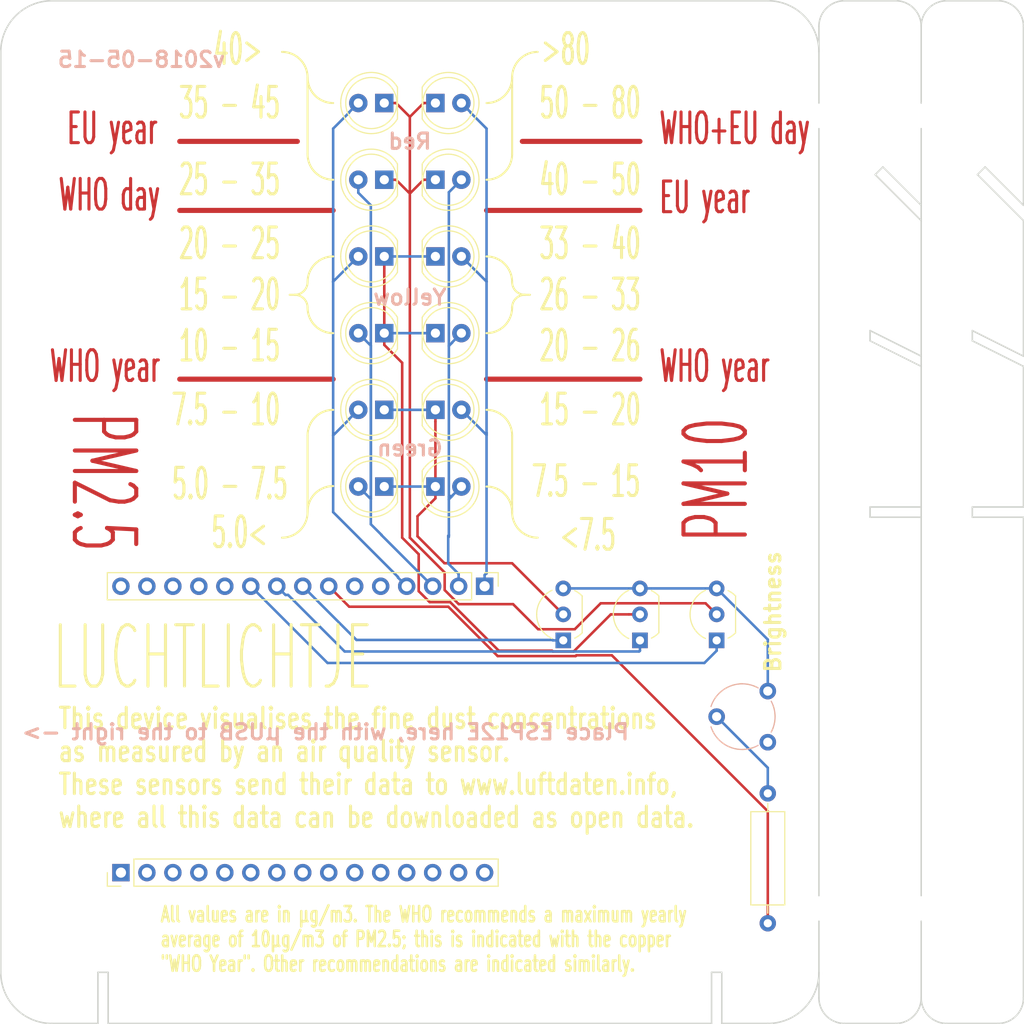
<source format=kicad_pcb>
(kicad_pcb (version 4) (host pcbnew 4.0.6+dfsg1-1)

  (general
    (links 32)
    (no_connects 0)
    (area 47.424999 49.924999 147.575001 150.075001)
    (thickness 1.6)
    (drawings 117)
    (tracks 138)
    (zones 0)
    (modules 19)
    (nets 37)
  )

  (page A4)
  (title_block
    (title Luchtlichtje)
    (date 2018-05-15)
    (rev 0.1)
    (company "Pieter Vander Vennet")
  )

  (layers
    (0 F.Cu signal)
    (31 B.Cu signal)
    (32 B.Adhes user hide)
    (33 F.Adhes user hide)
    (34 B.Paste user)
    (35 F.Paste user)
    (36 B.SilkS user)
    (37 F.SilkS user)
    (38 B.Mask user)
    (39 F.Mask user)
    (40 Dwgs.User user hide)
    (41 Cmts.User user hide)
    (42 Eco1.User user hide)
    (43 Eco2.User user hide)
    (44 Edge.Cuts user)
    (45 Margin user hide)
    (46 B.CrtYd user hide)
    (47 F.CrtYd user hide)
    (48 B.Fab user hide)
    (49 F.Fab user hide)
  )

  (setup
    (last_trace_width 0.25)
    (trace_clearance 0.2)
    (zone_clearance 0.508)
    (zone_45_only no)
    (trace_min 0.2)
    (segment_width 0.2)
    (edge_width 0.15)
    (via_size 0.6)
    (via_drill 0.4)
    (via_min_size 0.4)
    (via_min_drill 0.3)
    (uvia_size 0.3)
    (uvia_drill 0.1)
    (uvias_allowed no)
    (uvia_min_size 0.2)
    (uvia_min_drill 0.1)
    (pcb_text_width 0.3)
    (pcb_text_size 1.5 1.5)
    (mod_edge_width 0.15)
    (mod_text_size 1 1)
    (mod_text_width 0.15)
    (pad_size 1.524 1.524)
    (pad_drill 0.762)
    (pad_to_mask_clearance 0.2)
    (aux_axis_origin 0 0)
    (visible_elements FFFFFF7F)
    (pcbplotparams
      (layerselection 0x01038_80000001)
      (usegerberextensions false)
      (excludeedgelayer true)
      (linewidth 0.100000)
      (plotframeref false)
      (viasonmask false)
      (mode 1)
      (useauxorigin false)
      (hpglpennumber 1)
      (hpglpenspeed 20)
      (hpglpendiameter 15)
      (hpglpenoverlay 2)
      (psnegative false)
      (psa4output false)
      (plotreference true)
      (plotvalue true)
      (plotinvisibletext false)
      (padsonsilk false)
      (subtractmaskfromsilk false)
      (outputformat 1)
      (mirror false)
      (drillshape 0)
      (scaleselection 1)
      (outputdirectory ""))
  )

  (net 0 "")
  (net 1 "Net-(D1-Pad1)")
  (net 2 /Arr1_High)
  (net 3 /Arr1_Low)
  (net 4 /Arr2_High)
  (net 5 /Arr2_Low)
  (net 6 "Net-(D10-Pad1)")
  (net 7 "Net-(D11-Pad1)")
  (net 8 "Net-(ESP_D1-Pad5)")
  (net 9 /3V)
  (net 10 /GND)
  (net 11 /Green_Control)
  (net 12 /Yellow_Control)
  (net 13 /Red_Control)
  (net 14 "Net-(ESP_D1-Pad11)")
  (net 15 "Net-(ESP_D1-Pad12)")
  (net 16 "Net-(ESP_D1-Pad13)")
  (net 17 "Net-(ESP_D1-Pad14)")
  (net 18 "Net-(ESP_D1-Pad15)")
  (net 19 "Net-(ESP_D2-Pad1)")
  (net 20 "Net-(ESP_D2-Pad2)")
  (net 21 "Net-(ESP_D2-Pad3)")
  (net 22 "Net-(ESP_D2-Pad4)")
  (net 23 "Net-(ESP_D2-Pad5)")
  (net 24 "Net-(ESP_D2-Pad6)")
  (net 25 "Net-(ESP_D2-Pad7)")
  (net 26 "Net-(ESP_D2-Pad8)")
  (net 27 "Net-(ESP_D2-Pad9)")
  (net 28 "Net-(ESP_D2-Pad10)")
  (net 29 "Net-(ESP_D2-Pad11)")
  (net 30 "Net-(ESP_D2-Pad12)")
  (net 31 "Net-(ESP_D2-Pad13)")
  (net 32 "Net-(ESP_D2-Pad14)")
  (net 33 "Net-(ESP_D2-Pad15)")
  (net 34 "Net-(Q1-Pad3)")
  (net 35 "Net-(RV1-Pad3)")
  (net 36 "Net-(R1-Pad1)")

  (net_class Default "This is the default net class."
    (clearance 0.2)
    (trace_width 0.25)
    (via_dia 0.6)
    (via_drill 0.4)
    (uvia_dia 0.3)
    (uvia_drill 0.1)
    (add_net /3V)
    (add_net /Arr1_High)
    (add_net /Arr1_Low)
    (add_net /Arr2_High)
    (add_net /Arr2_Low)
    (add_net /GND)
    (add_net /Green_Control)
    (add_net /Red_Control)
    (add_net /Yellow_Control)
    (add_net "Net-(D1-Pad1)")
    (add_net "Net-(D10-Pad1)")
    (add_net "Net-(D11-Pad1)")
    (add_net "Net-(ESP_D1-Pad11)")
    (add_net "Net-(ESP_D1-Pad12)")
    (add_net "Net-(ESP_D1-Pad13)")
    (add_net "Net-(ESP_D1-Pad14)")
    (add_net "Net-(ESP_D1-Pad15)")
    (add_net "Net-(ESP_D1-Pad5)")
    (add_net "Net-(ESP_D2-Pad1)")
    (add_net "Net-(ESP_D2-Pad10)")
    (add_net "Net-(ESP_D2-Pad11)")
    (add_net "Net-(ESP_D2-Pad12)")
    (add_net "Net-(ESP_D2-Pad13)")
    (add_net "Net-(ESP_D2-Pad14)")
    (add_net "Net-(ESP_D2-Pad15)")
    (add_net "Net-(ESP_D2-Pad2)")
    (add_net "Net-(ESP_D2-Pad3)")
    (add_net "Net-(ESP_D2-Pad4)")
    (add_net "Net-(ESP_D2-Pad5)")
    (add_net "Net-(ESP_D2-Pad6)")
    (add_net "Net-(ESP_D2-Pad7)")
    (add_net "Net-(ESP_D2-Pad8)")
    (add_net "Net-(ESP_D2-Pad9)")
    (add_net "Net-(Q1-Pad3)")
    (add_net "Net-(R1-Pad1)")
    (add_net "Net-(RV1-Pad3)")
  )

  (module TO_SOT_Packages_THT:TO-92_Inline_Wide (layer F.Cu) (tedit 5AFAC6DD) (tstamp 5AF9BEB3)
    (at 117.5 112.54 90)
    (descr "TO-92 leads in-line, wide, drill 0.8mm (see NXP sot054_po.pdf)")
    (tags "to-92 sc-43 sc-43a sot54 PA33 transistor")
    (path /5AF37F94)
    (fp_text reference Q3 (at 2.54 -3.556 90) (layer F.SilkS) hide
      (effects (font (size 1 1) (thickness 0.15)))
    )
    (fp_text value NPN_Green (at 2.54 2.794 90) (layer F.Fab)
      (effects (font (size 1 1) (thickness 0.15)))
    )
    (fp_line (start -1.1 -3) (end 6.1 -3) (layer F.CrtYd) (width 0.05))
    (fp_line (start 6.1 -3) (end 6.1 2.3) (layer F.CrtYd) (width 0.05))
    (fp_line (start 6.1 2.3) (end -1.1 2.3) (layer F.CrtYd) (width 0.05))
    (fp_line (start -1.1 2.3) (end -1.1 -3) (layer F.CrtYd) (width 0.05))
    (fp_line (start 0.74 1.85) (end 4.34 1.85) (layer F.SilkS) (width 0.12))
    (fp_line (start 0.8 1.75) (end 4.3 1.75) (layer F.Fab) (width 0.1))
    (fp_arc (start 2.54 0) (end 0.74 1.85) (angle 20) (layer F.SilkS) (width 0.12))
    (fp_arc (start 2.54 0) (end 2.54 -2.6) (angle -65) (layer F.SilkS) (width 0.12))
    (fp_arc (start 2.54 0) (end 2.54 -2.6) (angle 65) (layer F.SilkS) (width 0.12))
    (fp_arc (start 2.54 0) (end 2.54 -2.48) (angle 135) (layer F.Fab) (width 0.1))
    (fp_arc (start 2.54 0) (end 2.54 -2.48) (angle -135) (layer F.Fab) (width 0.1))
    (fp_arc (start 2.54 0) (end 4.34 1.85) (angle -20) (layer F.SilkS) (width 0.12))
    (pad 2 thru_hole circle (at 2.54 0 180) (size 1.524 1.524) (drill 0.8) (layers *.Cu *.Mask)
      (net 7 "Net-(D11-Pad1)"))
    (pad 3 thru_hole circle (at 5.08 0 180) (size 1.524 1.524) (drill 0.8) (layers *.Cu *.Mask)
      (net 34 "Net-(Q1-Pad3)"))
    (pad 1 thru_hole rect (at 0 0 180) (size 1.524 1.524) (drill 0.8) (layers *.Cu *.Mask)
      (net 13 /Red_Control))
    (model TO_SOT_Packages_THT.3dshapes/TO-92_Inline_Wide.wrl
      (at (xyz 0.1 0 0))
      (scale (xyz 1 1 1))
      (rotate (xyz 0 0 -90))
    )
  )

  (module TO_SOT_Packages_THT:TO-92_Inline_Wide (layer F.Cu) (tedit 5AFAC6CC) (tstamp 5AF9BEA5)
    (at 102.5 112.54 90)
    (descr "TO-92 leads in-line, wide, drill 0.8mm (see NXP sot054_po.pdf)")
    (tags "to-92 sc-43 sc-43a sot54 PA33 transistor")
    (path /5AFA1E11)
    (fp_text reference Q1 (at 2.54 -3.556 90) (layer F.SilkS) hide
      (effects (font (size 1 1) (thickness 0.15)))
    )
    (fp_text value NPN_Green (at 2.54 2.794 90) (layer F.Fab)
      (effects (font (size 1 1) (thickness 0.15)))
    )
    (fp_line (start -1.1 -3) (end 6.1 -3) (layer F.CrtYd) (width 0.05))
    (fp_line (start 6.1 -3) (end 6.1 2.3) (layer F.CrtYd) (width 0.05))
    (fp_line (start 6.1 2.3) (end -1.1 2.3) (layer F.CrtYd) (width 0.05))
    (fp_line (start -1.1 2.3) (end -1.1 -3) (layer F.CrtYd) (width 0.05))
    (fp_line (start 0.74 1.85) (end 4.34 1.85) (layer F.SilkS) (width 0.12))
    (fp_line (start 0.8 1.75) (end 4.3 1.75) (layer F.Fab) (width 0.1))
    (fp_arc (start 2.54 0) (end 0.74 1.85) (angle 20) (layer F.SilkS) (width 0.12))
    (fp_arc (start 2.54 0) (end 2.54 -2.6) (angle -65) (layer F.SilkS) (width 0.12))
    (fp_arc (start 2.54 0) (end 2.54 -2.6) (angle 65) (layer F.SilkS) (width 0.12))
    (fp_arc (start 2.54 0) (end 2.54 -2.48) (angle 135) (layer F.Fab) (width 0.1))
    (fp_arc (start 2.54 0) (end 2.54 -2.48) (angle -135) (layer F.Fab) (width 0.1))
    (fp_arc (start 2.54 0) (end 4.34 1.85) (angle -20) (layer F.SilkS) (width 0.12))
    (pad 2 thru_hole circle (at 2.54 0 180) (size 1.524 1.524) (drill 0.8) (layers *.Cu *.Mask)
      (net 1 "Net-(D1-Pad1)"))
    (pad 3 thru_hole circle (at 5.08 0 180) (size 1.524 1.524) (drill 0.8) (layers *.Cu *.Mask)
      (net 34 "Net-(Q1-Pad3)"))
    (pad 1 thru_hole rect (at 0 0 180) (size 1.524 1.524) (drill 0.8) (layers *.Cu *.Mask)
      (net 11 /Green_Control))
    (model TO_SOT_Packages_THT.3dshapes/TO-92_Inline_Wide.wrl
      (at (xyz 0.1 0 0))
      (scale (xyz 1 1 1))
      (rotate (xyz 0 0 -90))
    )
  )

  (module TO_SOT_Packages_THT:TO-92_Inline_Wide (layer F.Cu) (tedit 5AFAC6D2) (tstamp 5AF9BEAC)
    (at 110 112.54 90)
    (descr "TO-92 leads in-line, wide, drill 0.8mm (see NXP sot054_po.pdf)")
    (tags "to-92 sc-43 sc-43a sot54 PA33 transistor")
    (path /5AF378EC)
    (fp_text reference Q2 (at 2.54 -3.556 90) (layer F.SilkS) hide
      (effects (font (size 1 1) (thickness 0.15)))
    )
    (fp_text value NPN_Green (at 2.54 2.794 90) (layer F.Fab)
      (effects (font (size 1 1) (thickness 0.15)))
    )
    (fp_line (start -1.1 -3) (end 6.1 -3) (layer F.CrtYd) (width 0.05))
    (fp_line (start 6.1 -3) (end 6.1 2.3) (layer F.CrtYd) (width 0.05))
    (fp_line (start 6.1 2.3) (end -1.1 2.3) (layer F.CrtYd) (width 0.05))
    (fp_line (start -1.1 2.3) (end -1.1 -3) (layer F.CrtYd) (width 0.05))
    (fp_line (start 0.74 1.85) (end 4.34 1.85) (layer F.SilkS) (width 0.12))
    (fp_line (start 0.8 1.75) (end 4.3 1.75) (layer F.Fab) (width 0.1))
    (fp_arc (start 2.54 0) (end 0.74 1.85) (angle 20) (layer F.SilkS) (width 0.12))
    (fp_arc (start 2.54 0) (end 2.54 -2.6) (angle -65) (layer F.SilkS) (width 0.12))
    (fp_arc (start 2.54 0) (end 2.54 -2.6) (angle 65) (layer F.SilkS) (width 0.12))
    (fp_arc (start 2.54 0) (end 2.54 -2.48) (angle 135) (layer F.Fab) (width 0.1))
    (fp_arc (start 2.54 0) (end 2.54 -2.48) (angle -135) (layer F.Fab) (width 0.1))
    (fp_arc (start 2.54 0) (end 4.34 1.85) (angle -20) (layer F.SilkS) (width 0.12))
    (pad 2 thru_hole circle (at 2.54 0 180) (size 1.524 1.524) (drill 0.8) (layers *.Cu *.Mask)
      (net 6 "Net-(D10-Pad1)"))
    (pad 3 thru_hole circle (at 5.08 0 180) (size 1.524 1.524) (drill 0.8) (layers *.Cu *.Mask)
      (net 34 "Net-(Q1-Pad3)"))
    (pad 1 thru_hole rect (at 0 0 180) (size 1.524 1.524) (drill 0.8) (layers *.Cu *.Mask)
      (net 12 /Yellow_Control))
    (model TO_SOT_Packages_THT.3dshapes/TO-92_Inline_Wide.wrl
      (at (xyz 0.1 0 0))
      (scale (xyz 1 1 1))
      (rotate (xyz 0 0 -90))
    )
  )

  (module Resistors_THT:R_Axial_DIN0309_L9.0mm_D3.2mm_P12.70mm_Horizontal (layer F.Cu) (tedit 5AFAC6E5) (tstamp 5AF9BECE)
    (at 122.5 127.5 270)
    (descr "Resistor, Axial_DIN0309 series, Axial, Horizontal, pin pitch=12.7mm, 0.5W = 1/2W, length*diameter=9*3.2mm^2, http://cdn-reichelt.de/documents/datenblatt/B400/1_4W%23YAG.pdf")
    (tags "Resistor Axial_DIN0309 series Axial Horizontal pin pitch 12.7mm 0.5W = 1/2W length 9mm diameter 3.2mm")
    (path /5AFA8D7F)
    (fp_text reference R1 (at 6.35 -2.66 270) (layer F.SilkS) hide
      (effects (font (size 1 1) (thickness 0.15)))
    )
    (fp_text value 1K (at 6.35 2.66 270) (layer F.Fab)
      (effects (font (size 1 1) (thickness 0.15)))
    )
    (fp_line (start 1.85 -1.6) (end 1.85 1.6) (layer F.Fab) (width 0.1))
    (fp_line (start 1.85 1.6) (end 10.85 1.6) (layer F.Fab) (width 0.1))
    (fp_line (start 10.85 1.6) (end 10.85 -1.6) (layer F.Fab) (width 0.1))
    (fp_line (start 10.85 -1.6) (end 1.85 -1.6) (layer F.Fab) (width 0.1))
    (fp_line (start 0 0) (end 1.85 0) (layer F.Fab) (width 0.1))
    (fp_line (start 12.7 0) (end 10.85 0) (layer F.Fab) (width 0.1))
    (fp_line (start 1.79 -1.66) (end 1.79 1.66) (layer F.SilkS) (width 0.12))
    (fp_line (start 1.79 1.66) (end 10.91 1.66) (layer F.SilkS) (width 0.12))
    (fp_line (start 10.91 1.66) (end 10.91 -1.66) (layer F.SilkS) (width 0.12))
    (fp_line (start 10.91 -1.66) (end 1.79 -1.66) (layer F.SilkS) (width 0.12))
    (fp_line (start 0.98 0) (end 1.79 0) (layer F.SilkS) (width 0.12))
    (fp_line (start 11.72 0) (end 10.91 0) (layer F.SilkS) (width 0.12))
    (fp_line (start -1.05 -1.95) (end -1.05 1.95) (layer F.CrtYd) (width 0.05))
    (fp_line (start -1.05 1.95) (end 13.75 1.95) (layer F.CrtYd) (width 0.05))
    (fp_line (start 13.75 1.95) (end 13.75 -1.95) (layer F.CrtYd) (width 0.05))
    (fp_line (start 13.75 -1.95) (end -1.05 -1.95) (layer F.CrtYd) (width 0.05))
    (pad 1 thru_hole circle (at 0 0 270) (size 1.6 1.6) (drill 0.8) (layers *.Cu *.Mask)
      (net 36 "Net-(R1-Pad1)"))
    (pad 2 thru_hole oval (at 12.7 0 270) (size 1.6 1.6) (drill 0.8) (layers *.Cu *.Mask)
      (net 10 /GND))
    (model Resistors_THT.3dshapes/R_Axial_DIN0309_L9.0mm_D3.2mm_P12.70mm_Horizontal.wrl
      (at (xyz 0 0 0))
      (scale (xyz 0.393701 0.393701 0.393701))
      (rotate (xyz 0 0 0))
    )
  )

  (module Potentiometers:Potentiometer_Trimmer_Piher_PT-6v_Horizontal_MountLS placed (layer F.Cu) (tedit 5AFAC6E3) (tstamp 5AF9BED6)
    (at 122.5 117.5 180)
    (descr "Potentiometer, horizontally mounted, mounted from below, Omeg PC16PU, Omeg PC16PU, Omeg PC16PU, Vishay/Spectrol 248GJ/249GJ Single, Vishay/Spectrol 248GJ/249GJ Single, Vishay/Spectrol 248GJ/249GJ Single, Vishay/Spectrol 248GH/249GH Single, Vishay/Spectrol 148/149 Single, Vishay/Spectrol 148/149 Single, Vishay/Spectrol 148/149 Single, Vishay/Spectrol 148A/149A Single with mounting plates, Vishay/Spectrol 148/149 Double, Vishay/Spectrol 148A/149A Double with mounting plates, Piher PC-16 Single, Piher PC-16 Single, Piher PC-16 Single, Piher PC-16SV Single, Piher PC-16 Double, Piher PC-16 Triple, Piher T16H Single, Piher T16L Single, Piher T16H Double, Alps RK163 Single, Alps RK163 Double, Alps RK097 Single, Alps RK097 Double, Bourns PTV09A-2 Single with mounting sleve Single, Bourns PTV09A-1 with mounting sleve Single, Bourns PRS11S Single, Alps RK09K Single with mounting sleve Single, Alps RK09K with mounting sleve Single, Alps RK09L Single, Alps RK09L Single, Alps RK09L Double, Alps RK09L Double, Alps RK09Y Single, Bourns 3339S Single, Bourns 3339S Single, Bourns 3339P Single, Bourns 3339H Single, Vishay T7YA Single, Suntan TSR-3386H Single, Suntan TSR-3386H Single, Suntan TSR-3386P Single, Vishay T73XX Single, Vishay T73XX Single, Vishay T73YP Single, Piher PT-6h Single, Piher PT-6v Single, Piher PT-6v Single, http://www.piher-nacesa.com/pdf/11-PT6v03.pdf")
    (tags "Potentiometer horizontal mounted from below lower-side  Omeg PC16PU  Omeg PC16PU  Omeg PC16PU  Vishay/Spectrol 248GJ/249GJ Single  Vishay/Spectrol 248GJ/249GJ Single  Vishay/Spectrol 248GJ/249GJ Single  Vishay/Spectrol 248GH/249GH Single  Vishay/Spectrol 148/149 Single  Vishay/Spectrol 148/149 Single  Vishay/Spectrol 148/149 Single  Vishay/Spectrol 148A/149A Single with mounting plates  Vishay/Spectrol 148/149 Double  Vishay/Spectrol 148A/149A Double with mounting plates  Piher PC-16 Single  Piher PC-16 Single  Piher PC-16 Single  Piher PC-16SV Single  Piher PC-16 Double  Piher PC-16 Triple  Piher T16H Single  Piher T16L Single  Piher T16H Double  Alps RK163 Single  Alps RK163 Double  Alps RK097 Single  Alps RK097 Double  Bourns PTV09A-2 Single with mounting sleve Single  Bourns PTV09A-1 with mounting sleve Single  Bourns PRS11S Single  Alps RK09K Single with mounting sleve Single  Alps RK09K with mounting sleve Single  Alps RK09L Single  Alps RK09L Single  Alps RK09L Double  Alps RK09L Double  Alps RK09Y Single  Bourns 3339S Single  Bourns 3339S Single  Bourns 3339P Single  Bourns 3339H Single  Vishay T7YA Single  Suntan TSR-3386H Single  Suntan TSR-3386H Single  Suntan TSR-3386P Single  Vishay T73XX Single  Vishay T73XX Single  Vishay T73YP Single  Piher PT-6h Single  Piher PT-6v Single  Piher PT-6v Single")
    (path /5AF1F95F)
    (fp_text reference RV1 (at 2.5 -7.06 180) (layer F.SilkS) hide
      (effects (font (size 1 1) (thickness 0.15)))
    )
    (fp_text value "POT 10K" (at 2.5 2.06 180) (layer F.Fab)
      (effects (font (size 1 1) (thickness 0.15)))
    )
    (fp_arc (start 2.5 -2.5) (end 2.5 0.71) (angle -72) (layer B.SilkS) (width 0.12))
    (fp_arc (start 2.5 -2.5) (end 5.553 -3.491) (angle -101) (layer B.SilkS) (width 0.12))
    (fp_arc (start 2.5 -2.5) (end -0.335 -4.007) (angle -56) (layer B.SilkS) (width 0.12))
    (fp_arc (start 2.5 -2.5) (end 0.944 0.308) (angle -30) (layer B.SilkS) (width 0.12))
    (fp_arc (start 2.5 -2.5) (end 2.5 0.71) (angle -6.4) (layer F.SilkS) (width 0.12))
    (fp_arc (start 2.5 -2.5) (end 3.214 0.63) (angle -6.4) (layer F.SilkS) (width 0.12))
    (fp_arc (start 2.5 -2.5) (end 3.893 0.393) (angle -6.4) (layer F.SilkS) (width 0.12))
    (fp_arc (start 2.5 -2.5) (end 4.501 0.011) (angle -6.4) (layer F.SilkS) (width 0.12))
    (fp_arc (start 2.5 -2.5) (end 5.009 -0.497) (angle -6.4) (layer F.SilkS) (width 0.12))
    (fp_arc (start 2.5 -2.5) (end 5.394 -3.89) (angle -6.4) (layer F.SilkS) (width 0.12))
    (fp_arc (start 2.5 -2.5) (end 5.012 -4.498) (angle -6.4) (layer F.SilkS) (width 0.12))
    (fp_arc (start 2.5 -2.5) (end 4.505 -5.008) (angle -6.4) (layer F.SilkS) (width 0.12))
    (fp_arc (start 2.5 -2.5) (end 3.897 -5.391) (angle -6.4) (layer F.SilkS) (width 0.12))
    (fp_arc (start 2.5 -2.5) (end 3.219 -5.629) (angle -6.4) (layer F.SilkS) (width 0.12))
    (fp_arc (start 2.5 -2.5) (end 2.505 -5.71) (angle -6.4) (layer F.SilkS) (width 0.12))
    (fp_arc (start 2.5 -2.5) (end 1.791 -5.631) (angle -6.4) (layer F.SilkS) (width 0.12))
    (fp_arc (start 2.5 -2.5) (end -0.39 -3.898) (angle -6.4) (layer F.SilkS) (width 0.12))
    (fp_arc (start 2.5 -2.5) (end -0.629 -3.22) (angle -6.4) (layer F.SilkS) (width 0.12))
    (fp_arc (start 2.5 -2.5) (end -0.71 -2.506) (angle -6.4) (layer F.SilkS) (width 0.12))
    (fp_arc (start 2.5 -2.5) (end -0.632 -1.792) (angle -6.4) (layer F.SilkS) (width 0.12))
    (fp_arc (start 2.5 -2.5) (end 1.1 0.389) (angle -6.4) (layer F.SilkS) (width 0.12))
    (fp_arc (start 2.5 -2.5) (end 1.778 0.628) (angle -6.4) (layer F.SilkS) (width 0.12))
    (fp_arc (start 2.5 -2.5) (end 2.491 0.71) (angle -6.4) (layer F.SilkS) (width 0.12))
    (fp_circle (center 2.5 -2.5) (end 5.65 -2.5) (layer B.Fab) (width 0.1))
    (fp_circle (center 2.5 -2.5) (end 3.5 -2.5) (layer B.Fab) (width 0.1))
    (fp_circle (center 2.5 -2.5) (end 3.4 -2.5) (layer B.Fab) (width 0.1))
    (fp_line (start -1.1 -6.1) (end -1.1 1.1) (layer F.CrtYd) (width 0.05))
    (fp_line (start -1.1 1.1) (end 6.1 1.1) (layer F.CrtYd) (width 0.05))
    (fp_line (start 6.1 1.1) (end 6.1 -6.1) (layer F.CrtYd) (width 0.05))
    (fp_line (start 6.1 -6.1) (end -1.1 -6.1) (layer F.CrtYd) (width 0.05))
    (fp_line (start -1.1 -6.1) (end -1.1 1.1) (layer B.CrtYd) (width 0.05))
    (fp_line (start -1.1 1.1) (end 6.1 1.1) (layer B.CrtYd) (width 0.05))
    (fp_line (start 6.1 1.1) (end 6.1 -6.1) (layer B.CrtYd) (width 0.05))
    (fp_line (start 6.1 -6.1) (end -1.1 -6.1) (layer B.CrtYd) (width 0.05))
    (pad 3 thru_hole circle (at 0 -5 180) (size 1.62 1.62) (drill 0.9) (layers *.Cu *.Mask)
      (net 35 "Net-(RV1-Pad3)"))
    (pad 2 thru_hole circle (at 5 -2.5 180) (size 1.62 1.62) (drill 0.9) (layers *.Cu *.Mask)
      (net 36 "Net-(R1-Pad1)"))
    (pad 1 thru_hole circle (at 0 0 180) (size 1.62 1.62) (drill 0.9) (layers *.Cu *.Mask)
      (net 34 "Net-(Q1-Pad3)"))
    (pad 0 np_thru_hole circle (at 2.5 -2.5 180) (size 2 2) (drill 2) (layers *.Cu *.Mask))
    (model Potentiometers.3dshapes/Potentiometer_Trimmer_Piher_PT-6v_Horizontal_MountLS.wrl
      (at (xyz 0 0 0))
      (scale (xyz 0.393701 0.393701 0.393701))
      (rotate (xyz 0 0 0))
    )
  )

  (module LEDs:LED_D5.0mm (layer F.Cu) (tedit 5AFAC69A) (tstamp 5AFA077A)
    (at 85 97.5 180)
    (descr "LED, diameter 5.0mm, 2 pins, http://cdn-reichelt.de/documents/datenblatt/A500/LL-504BC2E-009.pdf")
    (tags "LED diameter 5.0mm 2 pins")
    (path /5AF1F71B)
    (fp_text reference Green (at 1.27 -3.96 180) (layer F.SilkS) hide
      (effects (font (size 1 1) (thickness 0.15)))
    )
    (fp_text value GREEN (at 1.27 3.96 180) (layer F.Fab)
      (effects (font (size 1 1) (thickness 0.15)))
    )
    (fp_arc (start 1.27 0) (end -1.23 -1.469694) (angle 299.1) (layer F.Fab) (width 0.1))
    (fp_arc (start 1.27 0) (end -1.29 -1.54483) (angle 148.9) (layer F.SilkS) (width 0.12))
    (fp_arc (start 1.27 0) (end -1.29 1.54483) (angle -148.9) (layer F.SilkS) (width 0.12))
    (fp_circle (center 1.27 0) (end 3.77 0) (layer F.Fab) (width 0.1))
    (fp_circle (center 1.27 0) (end 3.77 0) (layer F.SilkS) (width 0.12))
    (fp_line (start -1.23 -1.469694) (end -1.23 1.469694) (layer F.Fab) (width 0.1))
    (fp_line (start -1.29 -1.545) (end -1.29 1.545) (layer F.SilkS) (width 0.12))
    (fp_line (start -1.95 -3.25) (end -1.95 3.25) (layer F.CrtYd) (width 0.05))
    (fp_line (start -1.95 3.25) (end 4.5 3.25) (layer F.CrtYd) (width 0.05))
    (fp_line (start 4.5 3.25) (end 4.5 -3.25) (layer F.CrtYd) (width 0.05))
    (fp_line (start 4.5 -3.25) (end -1.95 -3.25) (layer F.CrtYd) (width 0.05))
    (pad 1 thru_hole rect (at 0 0 180) (size 1.8 1.8) (drill 0.9) (layers *.Cu *.Mask)
      (net 1 "Net-(D1-Pad1)"))
    (pad 2 thru_hole circle (at 2.54 0 180) (size 1.8 1.8) (drill 0.9) (layers *.Cu *.Mask)
      (net 2 /Arr1_High))
    (model LEDs.3dshapes/LED_D5.0mm.wrl
      (at (xyz 0 0 0))
      (scale (xyz 0.393701 0.393701 0.393701))
      (rotate (xyz 0 0 0))
    )
  )

  (module LEDs:LED_D5.0mm (layer F.Cu) (tedit 5AFAC69F) (tstamp 5AFA077F)
    (at 85 90 180)
    (descr "LED, diameter 5.0mm, 2 pins, http://cdn-reichelt.de/documents/datenblatt/A500/LL-504BC2E-009.pdf")
    (tags "LED diameter 5.0mm 2 pins")
    (path /5AF37804)
    (fp_text reference D2 (at 1.27 -3.96 180) (layer F.SilkS) hide
      (effects (font (size 1 1) (thickness 0.15)))
    )
    (fp_text value GREEN (at 1.27 3.96 180) (layer F.Fab)
      (effects (font (size 1 1) (thickness 0.15)))
    )
    (fp_arc (start 1.27 0) (end -1.23 -1.469694) (angle 299.1) (layer F.Fab) (width 0.1))
    (fp_arc (start 1.27 0) (end -1.29 -1.54483) (angle 148.9) (layer F.SilkS) (width 0.12))
    (fp_arc (start 1.27 0) (end -1.29 1.54483) (angle -148.9) (layer F.SilkS) (width 0.12))
    (fp_circle (center 1.27 0) (end 3.77 0) (layer F.Fab) (width 0.1))
    (fp_circle (center 1.27 0) (end 3.77 0) (layer F.SilkS) (width 0.12))
    (fp_line (start -1.23 -1.469694) (end -1.23 1.469694) (layer F.Fab) (width 0.1))
    (fp_line (start -1.29 -1.545) (end -1.29 1.545) (layer F.SilkS) (width 0.12))
    (fp_line (start -1.95 -3.25) (end -1.95 3.25) (layer F.CrtYd) (width 0.05))
    (fp_line (start -1.95 3.25) (end 4.5 3.25) (layer F.CrtYd) (width 0.05))
    (fp_line (start 4.5 3.25) (end 4.5 -3.25) (layer F.CrtYd) (width 0.05))
    (fp_line (start 4.5 -3.25) (end -1.95 -3.25) (layer F.CrtYd) (width 0.05))
    (pad 1 thru_hole rect (at 0 0 180) (size 1.8 1.8) (drill 0.9) (layers *.Cu *.Mask)
      (net 1 "Net-(D1-Pad1)"))
    (pad 2 thru_hole circle (at 2.54 0 180) (size 1.8 1.8) (drill 0.9) (layers *.Cu *.Mask)
      (net 3 /Arr1_Low))
    (model LEDs.3dshapes/LED_D5.0mm.wrl
      (at (xyz 0 0 0))
      (scale (xyz 0.393701 0.393701 0.393701))
      (rotate (xyz 0 0 0))
    )
  )

  (module LEDs:LED_D5.0mm (layer F.Cu) (tedit 5AFAC6A7) (tstamp 5AFA0784)
    (at 85 82.5 180)
    (descr "LED, diameter 5.0mm, 2 pins, http://cdn-reichelt.de/documents/datenblatt/A500/LL-504BC2E-009.pdf")
    (tags "LED diameter 5.0mm 2 pins")
    (path /5AF3787E)
    (fp_text reference D3 (at 1.27 -3.96 180) (layer F.SilkS) hide
      (effects (font (size 1 1) (thickness 0.15)))
    )
    (fp_text value YELLOW (at 1.27 3.96 180) (layer F.Fab)
      (effects (font (size 1 1) (thickness 0.15)))
    )
    (fp_arc (start 1.27 0) (end -1.23 -1.469694) (angle 299.1) (layer F.Fab) (width 0.1))
    (fp_arc (start 1.27 0) (end -1.29 -1.54483) (angle 148.9) (layer F.SilkS) (width 0.12))
    (fp_arc (start 1.27 0) (end -1.29 1.54483) (angle -148.9) (layer F.SilkS) (width 0.12))
    (fp_circle (center 1.27 0) (end 3.77 0) (layer F.Fab) (width 0.1))
    (fp_circle (center 1.27 0) (end 3.77 0) (layer F.SilkS) (width 0.12))
    (fp_line (start -1.23 -1.469694) (end -1.23 1.469694) (layer F.Fab) (width 0.1))
    (fp_line (start -1.29 -1.545) (end -1.29 1.545) (layer F.SilkS) (width 0.12))
    (fp_line (start -1.95 -3.25) (end -1.95 3.25) (layer F.CrtYd) (width 0.05))
    (fp_line (start -1.95 3.25) (end 4.5 3.25) (layer F.CrtYd) (width 0.05))
    (fp_line (start 4.5 3.25) (end 4.5 -3.25) (layer F.CrtYd) (width 0.05))
    (fp_line (start 4.5 -3.25) (end -1.95 -3.25) (layer F.CrtYd) (width 0.05))
    (pad 1 thru_hole rect (at 0 0 180) (size 1.8 1.8) (drill 0.9) (layers *.Cu *.Mask)
      (net 6 "Net-(D10-Pad1)"))
    (pad 2 thru_hole circle (at 2.54 0 180) (size 1.8 1.8) (drill 0.9) (layers *.Cu *.Mask)
      (net 2 /Arr1_High))
    (model LEDs.3dshapes/LED_D5.0mm.wrl
      (at (xyz 0 0 0))
      (scale (xyz 0.393701 0.393701 0.393701))
      (rotate (xyz 0 0 0))
    )
  )

  (module LEDs:LED_D5.0mm (layer F.Cu) (tedit 5AFAC6AF) (tstamp 5AFA0789)
    (at 85 75 180)
    (descr "LED, diameter 5.0mm, 2 pins, http://cdn-reichelt.de/documents/datenblatt/A500/LL-504BC2E-009.pdf")
    (tags "LED diameter 5.0mm 2 pins")
    (path /5AF378BD)
    (fp_text reference D4 (at 1.27 -3.96 180) (layer F.SilkS) hide
      (effects (font (size 1 1) (thickness 0.15)))
    )
    (fp_text value YELLOW (at 1.27 3.96 180) (layer F.Fab)
      (effects (font (size 1 1) (thickness 0.15)))
    )
    (fp_arc (start 1.27 0) (end -1.23 -1.469694) (angle 299.1) (layer F.Fab) (width 0.1))
    (fp_arc (start 1.27 0) (end -1.29 -1.54483) (angle 148.9) (layer F.SilkS) (width 0.12))
    (fp_arc (start 1.27 0) (end -1.29 1.54483) (angle -148.9) (layer F.SilkS) (width 0.12))
    (fp_circle (center 1.27 0) (end 3.77 0) (layer F.Fab) (width 0.1))
    (fp_circle (center 1.27 0) (end 3.77 0) (layer F.SilkS) (width 0.12))
    (fp_line (start -1.23 -1.469694) (end -1.23 1.469694) (layer F.Fab) (width 0.1))
    (fp_line (start -1.29 -1.545) (end -1.29 1.545) (layer F.SilkS) (width 0.12))
    (fp_line (start -1.95 -3.25) (end -1.95 3.25) (layer F.CrtYd) (width 0.05))
    (fp_line (start -1.95 3.25) (end 4.5 3.25) (layer F.CrtYd) (width 0.05))
    (fp_line (start 4.5 3.25) (end 4.5 -3.25) (layer F.CrtYd) (width 0.05))
    (fp_line (start 4.5 -3.25) (end -1.95 -3.25) (layer F.CrtYd) (width 0.05))
    (pad 1 thru_hole rect (at 0 0 180) (size 1.8 1.8) (drill 0.9) (layers *.Cu *.Mask)
      (net 6 "Net-(D10-Pad1)"))
    (pad 2 thru_hole circle (at 2.54 0 180) (size 1.8 1.8) (drill 0.9) (layers *.Cu *.Mask)
      (net 3 /Arr1_Low))
    (model LEDs.3dshapes/LED_D5.0mm.wrl
      (at (xyz 0 0 0))
      (scale (xyz 0.393701 0.393701 0.393701))
      (rotate (xyz 0 0 0))
    )
  )

  (module LEDs:LED_D5.0mm (layer F.Cu) (tedit 5AFAC6B8) (tstamp 5AFA078E)
    (at 85 67.5 180)
    (descr "LED, diameter 5.0mm, 2 pins, http://cdn-reichelt.de/documents/datenblatt/A500/LL-504BC2E-009.pdf")
    (tags "LED diameter 5.0mm 2 pins")
    (path /5AF37DF9)
    (fp_text reference D5 (at 1.27 -3.96 180) (layer F.SilkS) hide
      (effects (font (size 1 1) (thickness 0.15)))
    )
    (fp_text value RED (at 1.27 3.96 180) (layer F.Fab)
      (effects (font (size 1 1) (thickness 0.15)))
    )
    (fp_arc (start 1.27 0) (end -1.23 -1.469694) (angle 299.1) (layer F.Fab) (width 0.1))
    (fp_arc (start 1.27 0) (end -1.29 -1.54483) (angle 148.9) (layer F.SilkS) (width 0.12))
    (fp_arc (start 1.27 0) (end -1.29 1.54483) (angle -148.9) (layer F.SilkS) (width 0.12))
    (fp_circle (center 1.27 0) (end 3.77 0) (layer F.Fab) (width 0.1))
    (fp_circle (center 1.27 0) (end 3.77 0) (layer F.SilkS) (width 0.12))
    (fp_line (start -1.23 -1.469694) (end -1.23 1.469694) (layer F.Fab) (width 0.1))
    (fp_line (start -1.29 -1.545) (end -1.29 1.545) (layer F.SilkS) (width 0.12))
    (fp_line (start -1.95 -3.25) (end -1.95 3.25) (layer F.CrtYd) (width 0.05))
    (fp_line (start -1.95 3.25) (end 4.5 3.25) (layer F.CrtYd) (width 0.05))
    (fp_line (start 4.5 3.25) (end 4.5 -3.25) (layer F.CrtYd) (width 0.05))
    (fp_line (start 4.5 -3.25) (end -1.95 -3.25) (layer F.CrtYd) (width 0.05))
    (pad 1 thru_hole rect (at 0 0 180) (size 1.8 1.8) (drill 0.9) (layers *.Cu *.Mask)
      (net 7 "Net-(D11-Pad1)"))
    (pad 2 thru_hole circle (at 2.54 0 180) (size 1.8 1.8) (drill 0.9) (layers *.Cu *.Mask)
      (net 2 /Arr1_High))
    (model LEDs.3dshapes/LED_D5.0mm.wrl
      (at (xyz 0 0 0))
      (scale (xyz 0.393701 0.393701 0.393701))
      (rotate (xyz 0 0 0))
    )
  )

  (module LEDs:LED_D5.0mm (layer F.Cu) (tedit 5AFAC6BD) (tstamp 5AFA0793)
    (at 85 60 180)
    (descr "LED, diameter 5.0mm, 2 pins, http://cdn-reichelt.de/documents/datenblatt/A500/LL-504BC2E-009.pdf")
    (tags "LED diameter 5.0mm 2 pins")
    (path /5AF37E4C)
    (fp_text reference D6 (at 1.27 -3.96 180) (layer F.SilkS) hide
      (effects (font (size 1 1) (thickness 0.15)))
    )
    (fp_text value RED (at 1.27 3.96 180) (layer F.Fab)
      (effects (font (size 1 1) (thickness 0.15)))
    )
    (fp_arc (start 1.27 0) (end -1.23 -1.469694) (angle 299.1) (layer F.Fab) (width 0.1))
    (fp_arc (start 1.27 0) (end -1.29 -1.54483) (angle 148.9) (layer F.SilkS) (width 0.12))
    (fp_arc (start 1.27 0) (end -1.29 1.54483) (angle -148.9) (layer F.SilkS) (width 0.12))
    (fp_circle (center 1.27 0) (end 3.77 0) (layer F.Fab) (width 0.1))
    (fp_circle (center 1.27 0) (end 3.77 0) (layer F.SilkS) (width 0.12))
    (fp_line (start -1.23 -1.469694) (end -1.23 1.469694) (layer F.Fab) (width 0.1))
    (fp_line (start -1.29 -1.545) (end -1.29 1.545) (layer F.SilkS) (width 0.12))
    (fp_line (start -1.95 -3.25) (end -1.95 3.25) (layer F.CrtYd) (width 0.05))
    (fp_line (start -1.95 3.25) (end 4.5 3.25) (layer F.CrtYd) (width 0.05))
    (fp_line (start 4.5 3.25) (end 4.5 -3.25) (layer F.CrtYd) (width 0.05))
    (fp_line (start 4.5 -3.25) (end -1.95 -3.25) (layer F.CrtYd) (width 0.05))
    (pad 1 thru_hole rect (at 0 0 180) (size 1.8 1.8) (drill 0.9) (layers *.Cu *.Mask)
      (net 7 "Net-(D11-Pad1)"))
    (pad 2 thru_hole circle (at 2.54 0 180) (size 1.8 1.8) (drill 0.9) (layers *.Cu *.Mask)
      (net 3 /Arr1_Low))
    (model LEDs.3dshapes/LED_D5.0mm.wrl
      (at (xyz 0 0 0))
      (scale (xyz 0.393701 0.393701 0.393701))
      (rotate (xyz 0 0 0))
    )
  )

  (module LEDs:LED_D5.0mm (layer F.Cu) (tedit 5AFAC695) (tstamp 5AFA0798)
    (at 90 97.5)
    (descr "LED, diameter 5.0mm, 2 pins, http://cdn-reichelt.de/documents/datenblatt/A500/LL-504BC2E-009.pdf")
    (tags "LED diameter 5.0mm 2 pins")
    (path /5AF3A73A)
    (fp_text reference D7 (at 1.27 -3.96) (layer F.SilkS) hide
      (effects (font (size 1 1) (thickness 0.15)))
    )
    (fp_text value GREEN (at 1.27 3.96) (layer F.Fab)
      (effects (font (size 1 1) (thickness 0.15)))
    )
    (fp_arc (start 1.27 0) (end -1.23 -1.469694) (angle 299.1) (layer F.Fab) (width 0.1))
    (fp_arc (start 1.27 0) (end -1.29 -1.54483) (angle 148.9) (layer F.SilkS) (width 0.12))
    (fp_arc (start 1.27 0) (end -1.29 1.54483) (angle -148.9) (layer F.SilkS) (width 0.12))
    (fp_circle (center 1.27 0) (end 3.77 0) (layer F.Fab) (width 0.1))
    (fp_circle (center 1.27 0) (end 3.77 0) (layer F.SilkS) (width 0.12))
    (fp_line (start -1.23 -1.469694) (end -1.23 1.469694) (layer F.Fab) (width 0.1))
    (fp_line (start -1.29 -1.545) (end -1.29 1.545) (layer F.SilkS) (width 0.12))
    (fp_line (start -1.95 -3.25) (end -1.95 3.25) (layer F.CrtYd) (width 0.05))
    (fp_line (start -1.95 3.25) (end 4.5 3.25) (layer F.CrtYd) (width 0.05))
    (fp_line (start 4.5 3.25) (end 4.5 -3.25) (layer F.CrtYd) (width 0.05))
    (fp_line (start 4.5 -3.25) (end -1.95 -3.25) (layer F.CrtYd) (width 0.05))
    (pad 1 thru_hole rect (at 0 0) (size 1.8 1.8) (drill 0.9) (layers *.Cu *.Mask)
      (net 1 "Net-(D1-Pad1)"))
    (pad 2 thru_hole circle (at 2.54 0) (size 1.8 1.8) (drill 0.9) (layers *.Cu *.Mask)
      (net 4 /Arr2_High))
    (model LEDs.3dshapes/LED_D5.0mm.wrl
      (at (xyz 0 0 0))
      (scale (xyz 0.393701 0.393701 0.393701))
      (rotate (xyz 0 0 0))
    )
  )

  (module LEDs:LED_D5.0mm (layer F.Cu) (tedit 5AFAC6AA) (tstamp 5AFA079D)
    (at 90 90)
    (descr "LED, diameter 5.0mm, 2 pins, http://cdn-reichelt.de/documents/datenblatt/A500/LL-504BC2E-009.pdf")
    (tags "LED diameter 5.0mm 2 pins")
    (path /5AF3A749)
    (fp_text reference D8 (at 1.27 -3.96) (layer F.SilkS) hide
      (effects (font (size 1 1) (thickness 0.15)))
    )
    (fp_text value GREEN (at 1.27 3.96) (layer F.Fab)
      (effects (font (size 1 1) (thickness 0.15)))
    )
    (fp_arc (start 1.27 0) (end -1.23 -1.469694) (angle 299.1) (layer F.Fab) (width 0.1))
    (fp_arc (start 1.27 0) (end -1.29 -1.54483) (angle 148.9) (layer F.SilkS) (width 0.12))
    (fp_arc (start 1.27 0) (end -1.29 1.54483) (angle -148.9) (layer F.SilkS) (width 0.12))
    (fp_circle (center 1.27 0) (end 3.77 0) (layer F.Fab) (width 0.1))
    (fp_circle (center 1.27 0) (end 3.77 0) (layer F.SilkS) (width 0.12))
    (fp_line (start -1.23 -1.469694) (end -1.23 1.469694) (layer F.Fab) (width 0.1))
    (fp_line (start -1.29 -1.545) (end -1.29 1.545) (layer F.SilkS) (width 0.12))
    (fp_line (start -1.95 -3.25) (end -1.95 3.25) (layer F.CrtYd) (width 0.05))
    (fp_line (start -1.95 3.25) (end 4.5 3.25) (layer F.CrtYd) (width 0.05))
    (fp_line (start 4.5 3.25) (end 4.5 -3.25) (layer F.CrtYd) (width 0.05))
    (fp_line (start 4.5 -3.25) (end -1.95 -3.25) (layer F.CrtYd) (width 0.05))
    (pad 1 thru_hole rect (at 0 0) (size 1.8 1.8) (drill 0.9) (layers *.Cu *.Mask)
      (net 1 "Net-(D1-Pad1)"))
    (pad 2 thru_hole circle (at 2.54 0) (size 1.8 1.8) (drill 0.9) (layers *.Cu *.Mask)
      (net 5 /Arr2_Low))
    (model LEDs.3dshapes/LED_D5.0mm.wrl
      (at (xyz 0 0 0))
      (scale (xyz 0.393701 0.393701 0.393701))
      (rotate (xyz 0 0 0))
    )
  )

  (module LEDs:LED_D5.0mm (layer F.Cu) (tedit 5AFAC6B2) (tstamp 5AFA07A2)
    (at 90 82.5)
    (descr "LED, diameter 5.0mm, 2 pins, http://cdn-reichelt.de/documents/datenblatt/A500/LL-504BC2E-009.pdf")
    (tags "LED diameter 5.0mm 2 pins")
    (path /5AF3A750)
    (fp_text reference D9 (at 1.27 -3.96) (layer F.SilkS) hide
      (effects (font (size 1 1) (thickness 0.15)))
    )
    (fp_text value YELLOW (at 1.27 3.96) (layer F.Fab)
      (effects (font (size 1 1) (thickness 0.15)))
    )
    (fp_arc (start 1.27 0) (end -1.23 -1.469694) (angle 299.1) (layer F.Fab) (width 0.1))
    (fp_arc (start 1.27 0) (end -1.29 -1.54483) (angle 148.9) (layer F.SilkS) (width 0.12))
    (fp_arc (start 1.27 0) (end -1.29 1.54483) (angle -148.9) (layer F.SilkS) (width 0.12))
    (fp_circle (center 1.27 0) (end 3.77 0) (layer F.Fab) (width 0.1))
    (fp_circle (center 1.27 0) (end 3.77 0) (layer F.SilkS) (width 0.12))
    (fp_line (start -1.23 -1.469694) (end -1.23 1.469694) (layer F.Fab) (width 0.1))
    (fp_line (start -1.29 -1.545) (end -1.29 1.545) (layer F.SilkS) (width 0.12))
    (fp_line (start -1.95 -3.25) (end -1.95 3.25) (layer F.CrtYd) (width 0.05))
    (fp_line (start -1.95 3.25) (end 4.5 3.25) (layer F.CrtYd) (width 0.05))
    (fp_line (start 4.5 3.25) (end 4.5 -3.25) (layer F.CrtYd) (width 0.05))
    (fp_line (start 4.5 -3.25) (end -1.95 -3.25) (layer F.CrtYd) (width 0.05))
    (pad 1 thru_hole rect (at 0 0) (size 1.8 1.8) (drill 0.9) (layers *.Cu *.Mask)
      (net 6 "Net-(D10-Pad1)"))
    (pad 2 thru_hole circle (at 2.54 0) (size 1.8 1.8) (drill 0.9) (layers *.Cu *.Mask)
      (net 4 /Arr2_High))
    (model LEDs.3dshapes/LED_D5.0mm.wrl
      (at (xyz 0 0 0))
      (scale (xyz 0.393701 0.393701 0.393701))
      (rotate (xyz 0 0 0))
    )
  )

  (module LEDs:LED_D5.0mm (layer F.Cu) (tedit 5AFAC6B5) (tstamp 5AFA07A7)
    (at 90 75)
    (descr "LED, diameter 5.0mm, 2 pins, http://cdn-reichelt.de/documents/datenblatt/A500/LL-504BC2E-009.pdf")
    (tags "LED diameter 5.0mm 2 pins")
    (path /5AF3A757)
    (fp_text reference D10 (at 1.27 -3.96) (layer F.SilkS) hide
      (effects (font (size 1 1) (thickness 0.15)))
    )
    (fp_text value YELLOW (at 1.27 3.96) (layer F.Fab)
      (effects (font (size 1 1) (thickness 0.15)))
    )
    (fp_arc (start 1.27 0) (end -1.23 -1.469694) (angle 299.1) (layer F.Fab) (width 0.1))
    (fp_arc (start 1.27 0) (end -1.29 -1.54483) (angle 148.9) (layer F.SilkS) (width 0.12))
    (fp_arc (start 1.27 0) (end -1.29 1.54483) (angle -148.9) (layer F.SilkS) (width 0.12))
    (fp_circle (center 1.27 0) (end 3.77 0) (layer F.Fab) (width 0.1))
    (fp_circle (center 1.27 0) (end 3.77 0) (layer F.SilkS) (width 0.12))
    (fp_line (start -1.23 -1.469694) (end -1.23 1.469694) (layer F.Fab) (width 0.1))
    (fp_line (start -1.29 -1.545) (end -1.29 1.545) (layer F.SilkS) (width 0.12))
    (fp_line (start -1.95 -3.25) (end -1.95 3.25) (layer F.CrtYd) (width 0.05))
    (fp_line (start -1.95 3.25) (end 4.5 3.25) (layer F.CrtYd) (width 0.05))
    (fp_line (start 4.5 3.25) (end 4.5 -3.25) (layer F.CrtYd) (width 0.05))
    (fp_line (start 4.5 -3.25) (end -1.95 -3.25) (layer F.CrtYd) (width 0.05))
    (pad 1 thru_hole rect (at 0 0) (size 1.8 1.8) (drill 0.9) (layers *.Cu *.Mask)
      (net 6 "Net-(D10-Pad1)"))
    (pad 2 thru_hole circle (at 2.54 0) (size 1.8 1.8) (drill 0.9) (layers *.Cu *.Mask)
      (net 5 /Arr2_Low))
    (model LEDs.3dshapes/LED_D5.0mm.wrl
      (at (xyz 0 0 0))
      (scale (xyz 0.393701 0.393701 0.393701))
      (rotate (xyz 0 0 0))
    )
  )

  (module LEDs:LED_D5.0mm (layer F.Cu) (tedit 5AFAC6C0) (tstamp 5AFA07AC)
    (at 90 67.5)
    (descr "LED, diameter 5.0mm, 2 pins, http://cdn-reichelt.de/documents/datenblatt/A500/LL-504BC2E-009.pdf")
    (tags "LED diameter 5.0mm 2 pins")
    (path /5AF3A766)
    (fp_text reference D11 (at 1.27 -3.96) (layer F.SilkS) hide
      (effects (font (size 1 1) (thickness 0.15)))
    )
    (fp_text value RED (at 1.27 3.96) (layer F.Fab)
      (effects (font (size 1 1) (thickness 0.15)))
    )
    (fp_arc (start 1.27 0) (end -1.23 -1.469694) (angle 299.1) (layer F.Fab) (width 0.1))
    (fp_arc (start 1.27 0) (end -1.29 -1.54483) (angle 148.9) (layer F.SilkS) (width 0.12))
    (fp_arc (start 1.27 0) (end -1.29 1.54483) (angle -148.9) (layer F.SilkS) (width 0.12))
    (fp_circle (center 1.27 0) (end 3.77 0) (layer F.Fab) (width 0.1))
    (fp_circle (center 1.27 0) (end 3.77 0) (layer F.SilkS) (width 0.12))
    (fp_line (start -1.23 -1.469694) (end -1.23 1.469694) (layer F.Fab) (width 0.1))
    (fp_line (start -1.29 -1.545) (end -1.29 1.545) (layer F.SilkS) (width 0.12))
    (fp_line (start -1.95 -3.25) (end -1.95 3.25) (layer F.CrtYd) (width 0.05))
    (fp_line (start -1.95 3.25) (end 4.5 3.25) (layer F.CrtYd) (width 0.05))
    (fp_line (start 4.5 3.25) (end 4.5 -3.25) (layer F.CrtYd) (width 0.05))
    (fp_line (start 4.5 -3.25) (end -1.95 -3.25) (layer F.CrtYd) (width 0.05))
    (pad 1 thru_hole rect (at 0 0) (size 1.8 1.8) (drill 0.9) (layers *.Cu *.Mask)
      (net 7 "Net-(D11-Pad1)"))
    (pad 2 thru_hole circle (at 2.54 0) (size 1.8 1.8) (drill 0.9) (layers *.Cu *.Mask)
      (net 4 /Arr2_High))
    (model LEDs.3dshapes/LED_D5.0mm.wrl
      (at (xyz 0 0 0))
      (scale (xyz 0.393701 0.393701 0.393701))
      (rotate (xyz 0 0 0))
    )
  )

  (module LEDs:LED_D5.0mm (layer F.Cu) (tedit 5AFAC6C3) (tstamp 5AFA07B1)
    (at 90 60)
    (descr "LED, diameter 5.0mm, 2 pins, http://cdn-reichelt.de/documents/datenblatt/A500/LL-504BC2E-009.pdf")
    (tags "LED diameter 5.0mm 2 pins")
    (path /5AF3A76D)
    (fp_text reference D12 (at 1.27 -3.96) (layer F.SilkS) hide
      (effects (font (size 1 1) (thickness 0.15)))
    )
    (fp_text value RED (at 1.27 3.96) (layer F.Fab)
      (effects (font (size 1 1) (thickness 0.15)))
    )
    (fp_arc (start 1.27 0) (end -1.23 -1.469694) (angle 299.1) (layer F.Fab) (width 0.1))
    (fp_arc (start 1.27 0) (end -1.29 -1.54483) (angle 148.9) (layer F.SilkS) (width 0.12))
    (fp_arc (start 1.27 0) (end -1.29 1.54483) (angle -148.9) (layer F.SilkS) (width 0.12))
    (fp_circle (center 1.27 0) (end 3.77 0) (layer F.Fab) (width 0.1))
    (fp_circle (center 1.27 0) (end 3.77 0) (layer F.SilkS) (width 0.12))
    (fp_line (start -1.23 -1.469694) (end -1.23 1.469694) (layer F.Fab) (width 0.1))
    (fp_line (start -1.29 -1.545) (end -1.29 1.545) (layer F.SilkS) (width 0.12))
    (fp_line (start -1.95 -3.25) (end -1.95 3.25) (layer F.CrtYd) (width 0.05))
    (fp_line (start -1.95 3.25) (end 4.5 3.25) (layer F.CrtYd) (width 0.05))
    (fp_line (start 4.5 3.25) (end 4.5 -3.25) (layer F.CrtYd) (width 0.05))
    (fp_line (start 4.5 -3.25) (end -1.95 -3.25) (layer F.CrtYd) (width 0.05))
    (pad 1 thru_hole rect (at 0 0) (size 1.8 1.8) (drill 0.9) (layers *.Cu *.Mask)
      (net 7 "Net-(D11-Pad1)"))
    (pad 2 thru_hole circle (at 2.54 0) (size 1.8 1.8) (drill 0.9) (layers *.Cu *.Mask)
      (net 5 /Arr2_Low))
    (model LEDs.3dshapes/LED_D5.0mm.wrl
      (at (xyz 0 0 0))
      (scale (xyz 0.393701 0.393701 0.393701))
      (rotate (xyz 0 0 0))
    )
  )

  (module Socket_Strips:Socket_Strip_Straight_1x15_Pitch2.54mm locked (layer F.Cu) (tedit 5AFAC6D9) (tstamp 5AFA07B6)
    (at 94.81 107.25 270)
    (descr "Through hole straight socket strip, 1x15, 2.54mm pitch, single row")
    (tags "Through hole socket strip THT 1x15 2.54mm single row")
    (path /5AF1F7A0)
    (fp_text reference ESP_D1 (at 0 -2.33 270) (layer F.SilkS) hide
      (effects (font (size 1 1) (thickness 0.15)))
    )
    (fp_text value CONN_01X15 (at 0 37.89 270) (layer F.Fab)
      (effects (font (size 1 1) (thickness 0.15)))
    )
    (fp_line (start -1.27 -1.27) (end -1.27 36.83) (layer F.Fab) (width 0.1))
    (fp_line (start -1.27 36.83) (end 1.27 36.83) (layer F.Fab) (width 0.1))
    (fp_line (start 1.27 36.83) (end 1.27 -1.27) (layer F.Fab) (width 0.1))
    (fp_line (start 1.27 -1.27) (end -1.27 -1.27) (layer F.Fab) (width 0.1))
    (fp_line (start -1.33 1.27) (end -1.33 36.89) (layer F.SilkS) (width 0.12))
    (fp_line (start -1.33 36.89) (end 1.33 36.89) (layer F.SilkS) (width 0.12))
    (fp_line (start 1.33 36.89) (end 1.33 1.27) (layer F.SilkS) (width 0.12))
    (fp_line (start 1.33 1.27) (end -1.33 1.27) (layer F.SilkS) (width 0.12))
    (fp_line (start -1.33 0) (end -1.33 -1.33) (layer F.SilkS) (width 0.12))
    (fp_line (start -1.33 -1.33) (end 0 -1.33) (layer F.SilkS) (width 0.12))
    (fp_line (start -1.55 -1.55) (end -1.55 37.1) (layer F.CrtYd) (width 0.05))
    (fp_line (start -1.55 37.1) (end 1.55 37.1) (layer F.CrtYd) (width 0.05))
    (fp_line (start 1.55 37.1) (end 1.55 -1.55) (layer F.CrtYd) (width 0.05))
    (fp_line (start 1.55 -1.55) (end -1.55 -1.55) (layer F.CrtYd) (width 0.05))
    (pad 1 thru_hole rect (at 0 0 270) (size 1.7 1.7) (drill 1) (layers *.Cu *.Mask)
      (net 5 /Arr2_Low))
    (pad 2 thru_hole oval (at 0 2.54 270) (size 1.7 1.7) (drill 1) (layers *.Cu *.Mask)
      (net 4 /Arr2_High))
    (pad 3 thru_hole oval (at 0 5.08 270) (size 1.7 1.7) (drill 1) (layers *.Cu *.Mask)
      (net 2 /Arr1_High))
    (pad 4 thru_hole oval (at 0 7.62 270) (size 1.7 1.7) (drill 1) (layers *.Cu *.Mask)
      (net 3 /Arr1_Low))
    (pad 5 thru_hole oval (at 0 10.16 270) (size 1.7 1.7) (drill 1) (layers *.Cu *.Mask)
      (net 8 "Net-(ESP_D1-Pad5)"))
    (pad 6 thru_hole oval (at 0 12.7 270) (size 1.7 1.7) (drill 1) (layers *.Cu *.Mask)
      (net 9 /3V))
    (pad 7 thru_hole oval (at 0 15.24 270) (size 1.7 1.7) (drill 1) (layers *.Cu *.Mask)
      (net 10 /GND))
    (pad 8 thru_hole oval (at 0 17.78 270) (size 1.7 1.7) (drill 1) (layers *.Cu *.Mask)
      (net 11 /Green_Control))
    (pad 9 thru_hole oval (at 0 20.32 270) (size 1.7 1.7) (drill 1) (layers *.Cu *.Mask)
      (net 12 /Yellow_Control))
    (pad 10 thru_hole oval (at 0 22.86 270) (size 1.7 1.7) (drill 1) (layers *.Cu *.Mask)
      (net 13 /Red_Control))
    (pad 11 thru_hole oval (at 0 25.4 270) (size 1.7 1.7) (drill 1) (layers *.Cu *.Mask)
      (net 14 "Net-(ESP_D1-Pad11)"))
    (pad 12 thru_hole oval (at 0 27.94 270) (size 1.7 1.7) (drill 1) (layers *.Cu *.Mask)
      (net 15 "Net-(ESP_D1-Pad12)"))
    (pad 13 thru_hole oval (at 0 30.48 270) (size 1.7 1.7) (drill 1) (layers *.Cu *.Mask)
      (net 16 "Net-(ESP_D1-Pad13)"))
    (pad 14 thru_hole oval (at 0 33.02 270) (size 1.7 1.7) (drill 1) (layers *.Cu *.Mask)
      (net 17 "Net-(ESP_D1-Pad14)"))
    (pad 15 thru_hole oval (at 0 35.56 270) (size 1.7 1.7) (drill 1) (layers *.Cu *.Mask)
      (net 18 "Net-(ESP_D1-Pad15)"))
    (model Socket_Strips.3dshapes/Socket_Strip_Straight_1x15_Pitch2.54mm.wrl
      (at (xyz 0 -0.7 0))
      (scale (xyz 1 1 1))
      (rotate (xyz 0 0 270))
    )
  )

  (module Socket_Strips:Socket_Strip_Straight_1x15_Pitch2.54mm locked (layer F.Cu) (tedit 5AFAC6ED) (tstamp 5AFA07C8)
    (at 59.25 135.25 90)
    (descr "Through hole straight socket strip, 1x15, 2.54mm pitch, single row")
    (tags "Through hole socket strip THT 1x15 2.54mm single row")
    (path /5AFAB4F9)
    (fp_text reference ESP_D2 (at 0 -2.33 90) (layer F.SilkS) hide
      (effects (font (size 1 1) (thickness 0.15)))
    )
    (fp_text value CONN_01X15 (at 0 37.89 90) (layer F.Fab)
      (effects (font (size 1 1) (thickness 0.15)))
    )
    (fp_line (start -1.27 -1.27) (end -1.27 36.83) (layer F.Fab) (width 0.1))
    (fp_line (start -1.27 36.83) (end 1.27 36.83) (layer F.Fab) (width 0.1))
    (fp_line (start 1.27 36.83) (end 1.27 -1.27) (layer F.Fab) (width 0.1))
    (fp_line (start 1.27 -1.27) (end -1.27 -1.27) (layer F.Fab) (width 0.1))
    (fp_line (start -1.33 1.27) (end -1.33 36.89) (layer F.SilkS) (width 0.12))
    (fp_line (start -1.33 36.89) (end 1.33 36.89) (layer F.SilkS) (width 0.12))
    (fp_line (start 1.33 36.89) (end 1.33 1.27) (layer F.SilkS) (width 0.12))
    (fp_line (start 1.33 1.27) (end -1.33 1.27) (layer F.SilkS) (width 0.12))
    (fp_line (start -1.33 0) (end -1.33 -1.33) (layer F.SilkS) (width 0.12))
    (fp_line (start -1.33 -1.33) (end 0 -1.33) (layer F.SilkS) (width 0.12))
    (fp_line (start -1.55 -1.55) (end -1.55 37.1) (layer F.CrtYd) (width 0.05))
    (fp_line (start -1.55 37.1) (end 1.55 37.1) (layer F.CrtYd) (width 0.05))
    (fp_line (start 1.55 37.1) (end 1.55 -1.55) (layer F.CrtYd) (width 0.05))
    (fp_line (start 1.55 -1.55) (end -1.55 -1.55) (layer F.CrtYd) (width 0.05))
    (pad 1 thru_hole rect (at 0 0 90) (size 1.7 1.7) (drill 1) (layers *.Cu *.Mask)
      (net 19 "Net-(ESP_D2-Pad1)"))
    (pad 2 thru_hole oval (at 0 2.54 90) (size 1.7 1.7) (drill 1) (layers *.Cu *.Mask)
      (net 20 "Net-(ESP_D2-Pad2)"))
    (pad 3 thru_hole oval (at 0 5.08 90) (size 1.7 1.7) (drill 1) (layers *.Cu *.Mask)
      (net 21 "Net-(ESP_D2-Pad3)"))
    (pad 4 thru_hole oval (at 0 7.62 90) (size 1.7 1.7) (drill 1) (layers *.Cu *.Mask)
      (net 22 "Net-(ESP_D2-Pad4)"))
    (pad 5 thru_hole oval (at 0 10.16 90) (size 1.7 1.7) (drill 1) (layers *.Cu *.Mask)
      (net 23 "Net-(ESP_D2-Pad5)"))
    (pad 6 thru_hole oval (at 0 12.7 90) (size 1.7 1.7) (drill 1) (layers *.Cu *.Mask)
      (net 24 "Net-(ESP_D2-Pad6)"))
    (pad 7 thru_hole oval (at 0 15.24 90) (size 1.7 1.7) (drill 1) (layers *.Cu *.Mask)
      (net 25 "Net-(ESP_D2-Pad7)"))
    (pad 8 thru_hole oval (at 0 17.78 90) (size 1.7 1.7) (drill 1) (layers *.Cu *.Mask)
      (net 26 "Net-(ESP_D2-Pad8)"))
    (pad 9 thru_hole oval (at 0 20.32 90) (size 1.7 1.7) (drill 1) (layers *.Cu *.Mask)
      (net 27 "Net-(ESP_D2-Pad9)"))
    (pad 10 thru_hole oval (at 0 22.86 90) (size 1.7 1.7) (drill 1) (layers *.Cu *.Mask)
      (net 28 "Net-(ESP_D2-Pad10)"))
    (pad 11 thru_hole oval (at 0 25.4 90) (size 1.7 1.7) (drill 1) (layers *.Cu *.Mask)
      (net 29 "Net-(ESP_D2-Pad11)"))
    (pad 12 thru_hole oval (at 0 27.94 90) (size 1.7 1.7) (drill 1) (layers *.Cu *.Mask)
      (net 30 "Net-(ESP_D2-Pad12)"))
    (pad 13 thru_hole oval (at 0 30.48 90) (size 1.7 1.7) (drill 1) (layers *.Cu *.Mask)
      (net 31 "Net-(ESP_D2-Pad13)"))
    (pad 14 thru_hole oval (at 0 33.02 90) (size 1.7 1.7) (drill 1) (layers *.Cu *.Mask)
      (net 32 "Net-(ESP_D2-Pad14)"))
    (pad 15 thru_hole oval (at 0 35.56 90) (size 1.7 1.7) (drill 1) (layers *.Cu *.Mask)
      (net 33 "Net-(ESP_D2-Pad15)"))
    (model Socket_Strips.3dshapes/Socket_Strip_Straight_1x15_Pitch2.54mm.wrl
      (at (xyz 0 -0.7 0))
      (scale (xyz 1 1 1))
      (rotate (xyz 0 0 270))
    )
  )

  (gr_line (start 137.5 70) (end 133.75 66.25) (layer Edge.Cuts) (width 0.15) (tstamp 5AFC1CE9))
  (gr_line (start 133.75 66.25) (end 133 67) (layer Edge.Cuts) (width 0.15) (tstamp 5AFC1CE8))
  (gr_line (start 137.5 84.75) (end 132.5 82.25) (layer Edge.Cuts) (width 0.15) (tstamp 5AFC1CE6))
  (gr_line (start 137.5 85.75) (end 132.5 83.25) (layer Edge.Cuts) (width 0.15) (tstamp 5AFC1CE5))
  (gr_line (start 132.5 99.5) (end 137.5 99.5) (layer Edge.Cuts) (width 0.15) (tstamp 5AFC1CE4))
  (gr_line (start 132.5 83.25) (end 132.5 82.25) (layer Edge.Cuts) (width 0.15) (tstamp 5AFC1CE3))
  (gr_line (start 132.5 100.5) (end 132.5 99.5) (layer Edge.Cuts) (width 0.15) (tstamp 5AFC1CE1))
  (gr_line (start 133 67) (end 137.5 71.5) (layer Edge.Cuts) (width 0.15) (tstamp 5AFC1CE0))
  (gr_line (start 137.5 100.5) (end 132.5 100.5) (layer Edge.Cuts) (width 0.15) (tstamp 5AFC1CDF))
  (gr_line (start 52.5 150) (end 57 150) (layer Edge.Cuts) (width 0.15))
  (gr_line (start 118 150) (end 122.5 150) (layer Edge.Cuts) (width 0.15))
  (gr_line (start 147.5 70) (end 147.5 52.5) (layer Edge.Cuts) (width 0.15))
  (gr_line (start 147.5 84.75) (end 147.5 71.5) (layer Edge.Cuts) (width 0.15))
  (gr_line (start 147.5 99.5) (end 147.5 85.75) (layer Edge.Cuts) (width 0.15))
  (gr_line (start 140 150) (end 145 150) (layer Edge.Cuts) (width 0.15))
  (gr_line (start 130 150) (end 135 150) (layer Edge.Cuts) (width 0.15))
  (gr_line (start 140 50) (end 145 50) (layer Edge.Cuts) (width 0.15))
  (gr_line (start 130 50) (end 135 50) (layer Edge.Cuts) (width 0.15))
  (gr_line (start 143 67) (end 147.5 71.5) (layer Edge.Cuts) (width 0.15) (tstamp 5AFACB79))
  (gr_line (start 143.75 66.25) (end 143 67) (layer Edge.Cuts) (width 0.15) (tstamp 5AFACB78))
  (gr_line (start 147.5 70) (end 143.75 66.25) (layer Edge.Cuts) (width 0.15) (tstamp 5AFACB77))
  (gr_line (start 147.5 85.75) (end 142.5 83.25) (layer Edge.Cuts) (width 0.15) (tstamp 5AFACA5C))
  (gr_line (start 147.5 84.75) (end 142.5 82.25) (layer Edge.Cuts) (width 0.15) (tstamp 5AFACA5B))
  (gr_line (start 142.5 83.25) (end 142.5 82.25) (layer Edge.Cuts) (width 0.15) (tstamp 5AFACA5A))
  (gr_text v2018-05-15 (at 61.25 55.75) (layer B.SilkS)
    (effects (font (size 1.5 1.5) (thickness 0.3)) (justify mirror))
  )
  (gr_text Red (at 87.5 63.75) (layer B.SilkS)
    (effects (font (size 1.5 1.5) (thickness 0.3)) (justify mirror))
  )
  (gr_text Yellow (at 87.5 79) (layer B.SilkS)
    (effects (font (size 1.5 1.5) (thickness 0.3)) (justify mirror))
  )
  (gr_text Green (at 87.5 93.75) (layer B.SilkS)
    (effects (font (size 1.5 1.5) (thickness 0.3)) (justify mirror))
  )
  (gr_text "Place ESP12E here, with the µUSB to the right ->" (at 79.25 121.5) (layer B.SilkS)
    (effects (font (size 1.5 1.5) (thickness 0.3)) (justify mirror))
  )
  (gr_line (start 137.5 52.5) (end 137.5 60) (layer Edge.Cuts) (width 0.15) (tstamp 5AFA2099))
  (gr_line (start 137.5 147.5) (end 137.5 140) (layer Edge.Cuts) (width 0.15) (tstamp 5AFA208E))
  (gr_line (start 137.5 62.5) (end 137.5 137.5) (layer Edge.Cuts) (width 0.15) (tstamp 5AFA2084))
  (gr_line (start 127.5 62.5) (end 127.5 137.5) (layer Edge.Cuts) (width 0.15))
  (gr_line (start 127.5 52.5) (end 127.5 60) (layer Edge.Cuts) (width 0.15))
  (gr_line (start 127.5 147.5) (end 127.5 140) (layer Edge.Cuts) (width 0.15))
  (gr_line (start 147.5 100.5) (end 142.5 100.5) (layer Edge.Cuts) (width 0.15) (tstamp 5AFA2021))
  (gr_line (start 142.5 99.5) (end 147.5 99.5) (layer Edge.Cuts) (width 0.15) (tstamp 5AFA2020))
  (gr_line (start 142.5 100.5) (end 142.5 99.5) (layer Edge.Cuts) (width 0.15) (tstamp 5AFA201F))
  (gr_line (start 117 145) (end 118 145) (layer Edge.Cuts) (width 0.15) (tstamp 5AFA1FA5))
  (gr_line (start 117 150) (end 117 145) (layer Edge.Cuts) (width 0.15) (tstamp 5AFA1FA4))
  (gr_line (start 118 145) (end 118 150) (layer Edge.Cuts) (width 0.15) (tstamp 5AFA1FA3))
  (gr_line (start 58 145) (end 58 150) (layer Edge.Cuts) (width 0.15))
  (gr_line (start 57 145) (end 58 145) (layer Edge.Cuts) (width 0.15))
  (gr_line (start 57 150) (end 57 145) (layer Edge.Cuts) (width 0.15))
  (gr_arc (start 130 52.5) (end 127.5 52.5) (angle 90) (layer Edge.Cuts) (width 0.15))
  (gr_arc (start 122.5 55) (end 122.5 50) (angle 90) (layer Edge.Cuts) (width 0.15))
  (gr_arc (start 135 52.5) (end 135 50) (angle 90) (layer Edge.Cuts) (width 0.15))
  (gr_arc (start 140 52.5) (end 137.5 52.5) (angle 90) (layer Edge.Cuts) (width 0.15))
  (gr_arc (start 145 52.5) (end 145 50) (angle 90) (layer Edge.Cuts) (width 0.15))
  (gr_arc (start 140 147.5) (end 140 150) (angle 90) (layer Edge.Cuts) (width 0.15))
  (gr_arc (start 145 147.5) (end 147.5 147.5) (angle 90) (layer Edge.Cuts) (width 0.15))
  (gr_arc (start 135 147.5) (end 137.5 147.5) (angle 90) (layer Edge.Cuts) (width 0.15))
  (gr_arc (start 130 147.5) (end 130 150) (angle 90) (layer Edge.Cuts) (width 0.15))
  (gr_arc (start 52.5 55) (end 47.5 55) (angle 90) (layer Edge.Cuts) (width 0.15))
  (gr_arc (start 122.5 145) (end 127.5 145) (angle 90) (layer Edge.Cuts) (width 0.15))
  (gr_arc (start 52.5 145) (end 52.5 150) (angle 90) (layer Edge.Cuts) (width 0.15))
  (gr_text "Made by  \nPieter Vander Vennet" (at 125.75 53.5) (layer F.Paste)
    (effects (font (size 1.5 1) (thickness 0.25)) (justify right))
  )
  (gr_text "All values are in µg/m3. The WHO recommends a maximum yearly\naverage of 10µg/m3 of PM2.5; this is indicated with the copper\n\"WHO Year\". Other recommendations are indicated similarly." (at 63 141.75) (layer F.SilkS)
    (effects (font (size 1.5 1) (thickness 0.25)) (justify left))
  )
  (gr_text "This device visualises the fine dust concentrations\nas measured by an air quality sensor.\nThese sensors send their data to www.luftdaten.info,\nwhere all this data can be downloaded as open data." (at 53 125) (layer F.SilkS)
    (effects (font (size 2 1.5) (thickness 0.3)) (justify left))
  )
  (gr_text LUCHTLICHTJE (at 68.25 114.25) (layer F.SilkS)
    (effects (font (size 6 3) (thickness 0.3)))
  )
  (gr_text Brightness (at 123 109.75 90) (layer F.SilkS)
    (effects (font (size 1.5 1.5) (thickness 0.3)))
  )
  (gr_line (start 122.5 50) (end 52.5 50) (layer Edge.Cuts) (width 0.15))
  (gr_line (start 147.5 147.5) (end 147.5 100.5) (layer Edge.Cuts) (width 0.15))
  (gr_line (start 58 150) (end 117 150) (layer Edge.Cuts) (width 0.15))
  (gr_line (start 47.5 55) (end 47.5 145) (layer Edge.Cuts) (width 0.15))
  (gr_line (start 76.25 78.75) (end 75.75 78.75) (layer F.SilkS) (width 0.2) (tstamp 5AFA0C31))
  (gr_arc (start 76.25 77.5) (end 77.5 77.5) (angle 90) (layer F.SilkS) (width 0.2) (tstamp 5AFA0C30))
  (gr_arc (start 76.25 80) (end 76.25 78.75) (angle 90) (layer F.SilkS) (width 0.2) (tstamp 5AFA0C2F))
  (gr_arc (start 80 80) (end 80 82.5) (angle 90) (layer F.SilkS) (width 0.2) (tstamp 5AFA0C2E))
  (gr_arc (start 80 77.5) (end 77.5 77.5) (angle 90) (layer F.SilkS) (width 0.2) (tstamp 5AFA0C2D))
  (gr_arc (start 98.75 77.5) (end 98.75 78.75) (angle 90) (layer F.SilkS) (width 0.2))
  (gr_arc (start 98.75 80) (end 97.5 80) (angle 90) (layer F.SilkS) (width 0.2))
  (gr_line (start 98.75 78.75) (end 99.25 78.75) (layer F.SilkS) (width 0.2))
  (gr_text "EU year" (at 63 62.5) (layer F.Cu) (tstamp 5AF9F22B)
    (effects (font (size 3 1.5) (thickness 0.3)) (justify right))
  )
  (gr_text "WHO day" (at 63.25 69) (layer F.Cu) (tstamp 5AF9F1EF)
    (effects (font (size 3 1.5) (thickness 0.3)) (justify right))
  )
  (gr_text "WHO year" (at 63.25 85.75) (layer F.Cu) (tstamp 5AF9F185)
    (effects (font (size 3 1.5) (thickness 0.3)) (justify right))
  )
  (gr_text 40> (at 73.25 54.75) (layer F.SilkS) (tstamp 5AF9F11A)
    (effects (font (size 3 1.5) (thickness 0.3)) (justify right))
  )
  (gr_text "35 - 45" (at 75 60) (layer F.SilkS) (tstamp 5AF9F119)
    (effects (font (size 3 1.5) (thickness 0.3)) (justify right))
  )
  (gr_text "25 - 35" (at 75 67.5) (layer F.SilkS) (tstamp 5AF9F118)
    (effects (font (size 3 1.5) (thickness 0.3)) (justify right))
  )
  (gr_text "20 - 25" (at 75 73.75) (layer F.SilkS) (tstamp 5AF9F117)
    (effects (font (size 3 1.5) (thickness 0.3)) (justify right))
  )
  (gr_text "15 - 20" (at 75 78.75) (layer F.SilkS) (tstamp 5AF9F116)
    (effects (font (size 3 1.5) (thickness 0.3)) (justify right))
  )
  (gr_text "10 - 15" (at 75 83.75) (layer F.SilkS) (tstamp 5AF9F115)
    (effects (font (size 3 1.5) (thickness 0.3)) (justify right))
  )
  (gr_text "7.5 - 10" (at 75 90) (layer F.SilkS) (tstamp 5AF9F114)
    (effects (font (size 3 1.5) (thickness 0.3)) (justify right))
  )
  (gr_text " 5.0 - 7.5" (at 75.75 97.25) (layer F.SilkS) (tstamp 5AF9F10C)
    (effects (font (size 3 1.5) (thickness 0.3)) (justify right))
  )
  (gr_text 5.0< (at 73.75 102) (layer F.SilkS) (tstamp 5AF9F101)
    (effects (font (size 3 1.5) (thickness 0.3)) (justify right))
  )
  (gr_line (start 77.5 100) (end 77.5 92.5) (layer F.SilkS) (width 0.2) (tstamp 5AF9F0BB))
  (gr_arc (start 80 99.953478) (end 77.5 99.953478) (angle 90) (layer F.SilkS) (width 0.2) (tstamp 5AF9F0BA))
  (gr_arc (start 80 92.5) (end 77.5 92.5) (angle 90) (layer F.SilkS) (width 0.2) (tstamp 5AF9F0B9))
  (gr_arc (start 75 100) (end 77.5 100) (angle 90) (layer F.SilkS) (width 0.2) (tstamp 5AF9F0B8))
  (gr_arc (start 80 65) (end 80 67.5) (angle 90) (layer F.SilkS) (width 0.2) (tstamp 5AF9F0B3))
  (gr_line (start 77.5 65) (end 77.5 57.5) (layer F.SilkS) (width 0.2) (tstamp 5AF9F0B2))
  (gr_arc (start 75 57.5) (end 75 55) (angle 90) (layer F.SilkS) (width 0.2) (tstamp 5AF9F0B1))
  (gr_arc (start 80 57.5) (end 80 60) (angle 90) (layer F.SilkS) (width 0.2) (tstamp 5AF9F0B0))
  (gr_text "WHO+EU day" (at 111.75 62.5) (layer F.Cu) (tstamp 5AF9F09D)
    (effects (font (size 3 1.5) (thickness 0.3)) (justify left))
  )
  (gr_text >80 (at 102.75 54.75) (layer F.SilkS) (tstamp 5AF9F086)
    (effects (font (size 3 1.5) (thickness 0.3)))
  )
  (gr_arc (start 100 57.5) (end 97.5 57.5) (angle 90) (layer F.SilkS) (width 0.2) (tstamp 5AF9F07B))
  (gr_line (start 97.5 57.5) (end 97.5 65) (layer F.SilkS) (width 0.2))
  (gr_arc (start 95 57.5) (end 97.5 57.5) (angle 90) (layer F.SilkS) (width 0.2) (tstamp 5AF9F075))
  (gr_arc (start 95 65) (end 97.5 65) (angle 90) (layer F.SilkS) (width 0.2) (tstamp 5AF9F074))
  (gr_text "50 - 80" (at 100 60) (layer F.SilkS) (tstamp 5AF9F068)
    (effects (font (size 3 1.5) (thickness 0.3)) (justify left))
  )
  (gr_text "40 - 50" (at 100 67.5) (layer F.SilkS) (tstamp 5AF9F067)
    (effects (font (size 3 1.5) (thickness 0.3)) (justify left))
  )
  (gr_text "EU year" (at 111.75 69.25) (layer F.Cu) (tstamp 5AF9F042)
    (effects (font (size 3 1.5) (thickness 0.3)) (justify left))
  )
  (gr_text "33 - 40" (at 100 73.75) (layer F.SilkS) (tstamp 5AF9F013)
    (effects (font (size 3 1.5) (thickness 0.3)) (justify left))
  )
  (gr_arc (start 95 80) (end 97.5 80) (angle 90) (layer F.SilkS) (width 0.2) (tstamp 5AF9F011))
  (gr_arc (start 95 77.5) (end 95 75) (angle 90) (layer F.SilkS) (width 0.2) (tstamp 5AF9F00F))
  (gr_text "26 - 33" (at 100 78.75) (layer F.SilkS) (tstamp 5AF9E974)
    (effects (font (size 3 1.5) (thickness 0.3)) (justify left))
  )
  (gr_text "20 - 26" (at 100 83.75) (layer F.SilkS) (tstamp 5AF9E911)
    (effects (font (size 3 1.5) (thickness 0.3)) (justify left))
  )
  (gr_text "WHO year" (at 111.75 85.75) (layer F.Cu)
    (effects (font (size 3 1.5) (thickness 0.3)) (justify left))
  )
  (gr_text "15 - 20" (at 100 90) (layer F.SilkS) (tstamp 5AF9E83C)
    (effects (font (size 3 1.5) (thickness 0.3)) (justify left))
  )
  (gr_text "7.5 - 15" (at 99.25 97) (layer F.SilkS)
    (effects (font (size 3 1.5) (thickness 0.3)) (justify left))
  )
  (gr_arc (start 95 100) (end 95 97.5) (angle 90) (layer F.SilkS) (width 0.2))
  (gr_arc (start 100 100) (end 100 102.5) (angle 90) (layer F.SilkS) (width 0.2))
  (gr_line (start 97.5 92.5) (end 97.5 100) (layer F.SilkS) (width 0.2))
  (gr_arc (start 95 92.5) (end 95 90) (angle 90) (layer F.SilkS) (width 0.2))
  (gr_text <7.5 (at 102 102.25) (layer F.SilkS)
    (effects (font (size 3 1.5) (thickness 0.3)) (justify left))
  )
  (gr_text PM10 (at 117.5 90.5 90) (layer F.Cu)
    (effects (font (size 6 3) (thickness 0.4)) (justify right))
  )
  (gr_text PM2.5 (at 57.5 90 270) (layer F.Cu)
    (effects (font (size 6 3) (thickness 0.4)) (justify left))
  )

  (segment (start 76.5 63.75) (end 65 63.75) (width 0.5) (layer F.Cu) (net 0) (tstamp 5AFA0B87))
  (segment (start 110 63.75) (end 98.5 63.75) (width 0.5) (layer F.Cu) (net 0))
  (segment (start 95 70.5) (end 110 70.5) (width 0.5) (layer F.Cu) (net 0) (tstamp 5AF9F167))
  (segment (start 65 70.5) (end 80 70.5) (width 0.5) (layer F.Cu) (net 0) (tstamp 5AF9F162))
  (segment (start 65 87) (end 80 87) (width 0.5) (layer F.Cu) (net 0) (tstamp 5AF9F155))
  (segment (start 95 87) (end 110 87) (width 0.5) (layer F.Cu) (net 0))
  (segment (start 90 98.65) (end 90 97.5) (width 0.25) (layer F.Cu) (net 1))
  (segment (start 88.25 100.4) (end 90 98.65) (width 0.25) (layer F.Cu) (net 1))
  (segment (start 88.25 102.36359) (end 88.25 100.4) (width 0.25) (layer F.Cu) (net 1))
  (segment (start 90.88641 105) (end 88.25 102.36359) (width 0.25) (layer F.Cu) (net 1))
  (segment (start 102.5 110) (end 97.5 105) (width 0.25) (layer F.Cu) (net 1))
  (segment (start 97.5 105) (end 90.88641 105) (width 0.25) (layer F.Cu) (net 1))
  (segment (start 90 90) (end 90 91.15) (width 0.25) (layer F.Cu) (net 1))
  (segment (start 90 91.15) (end 90 97.5) (width 0.25) (layer F.Cu) (net 1))
  (segment (start 85 97.5) (end 86.15 97.5) (width 0.25) (layer B.Cu) (net 1))
  (segment (start 86.15 97.5) (end 90 97.5) (width 0.25) (layer B.Cu) (net 1))
  (segment (start 85 90) (end 90 90) (width 0.25) (layer B.Cu) (net 1))
  (segment (start 84.73 102.23) (end 83.685001 101.185001) (width 0.25) (layer B.Cu) (net 2))
  (segment (start 83.685001 101.185001) (end 83.685001 98.725001) (width 0.25) (layer B.Cu) (net 2))
  (segment (start 84.73 102.25) (end 84.73 102.23) (width 0.25) (layer B.Cu) (net 2))
  (segment (start 84.73 102.25) (end 89.73 107.25) (width 0.25) (layer B.Cu) (net 2))
  (segment (start 83.685001 98.725001) (end 83.685001 83.725001) (width 0.25) (layer B.Cu) (net 2))
  (segment (start 83.685001 83.725001) (end 82.46 82.5) (width 0.25) (layer B.Cu) (net 2))
  (segment (start 82.46 67.5) (end 82.46 68.772792) (width 0.25) (layer B.Cu) (net 2))
  (segment (start 82.46 68.772792) (end 83.685001 69.997793) (width 0.25) (layer B.Cu) (net 2))
  (segment (start 83.685001 69.997793) (end 83.685001 98.725001) (width 0.25) (layer B.Cu) (net 2))
  (segment (start 83.685001 98.725001) (end 82.46 97.5) (width 0.25) (layer B.Cu) (net 2))
  (segment (start 87.19 107.25) (end 86.340001 106.400001) (width 0.25) (layer B.Cu) (net 3))
  (segment (start 86.340001 106.400001) (end 86.340001 106.340001) (width 0.25) (layer B.Cu) (net 3))
  (segment (start 86.340001 106.340001) (end 80 100) (width 0.25) (layer B.Cu) (net 3))
  (segment (start 80 92.5) (end 80 100) (width 0.25) (layer B.Cu) (net 3))
  (segment (start 80 62.5) (end 80 77.5) (width 0.25) (layer B.Cu) (net 3))
  (segment (start 80 77.5) (end 80 92.5) (width 0.25) (layer B.Cu) (net 3))
  (segment (start 82.46 75) (end 80 77.46) (width 0.25) (layer B.Cu) (net 3))
  (segment (start 80 77.46) (end 80 77.5) (width 0.25) (layer B.Cu) (net 3))
  (segment (start 82.46 90) (end 81.560001 90.899999) (width 0.25) (layer B.Cu) (net 3))
  (segment (start 81.560001 90.899999) (end 81.560001 90.939999) (width 0.25) (layer B.Cu) (net 3))
  (segment (start 81.560001 90.939999) (end 80 92.5) (width 0.25) (layer B.Cu) (net 3))
  (segment (start 81.560001 60.939999) (end 80 62.5) (width 0.25) (layer B.Cu) (net 3))
  (segment (start 82.46 60) (end 81.560001 60.899999) (width 0.25) (layer B.Cu) (net 3))
  (segment (start 81.560001 60.899999) (end 81.560001 60.939999) (width 0.25) (layer B.Cu) (net 3))
  (segment (start 91.314999 98.75) (end 91.314999 102.25) (width 0.25) (layer B.Cu) (net 4))
  (segment (start 91.314999 102.25) (end 91.314999 102.435001) (width 0.25) (layer B.Cu) (net 4))
  (segment (start 91.25 105.027919) (end 91.25 102.314999) (width 0.25) (layer B.Cu) (net 4))
  (segment (start 91.25 102.314999) (end 91.314999 102.25) (width 0.25) (layer B.Cu) (net 4))
  (segment (start 92.27 107.25) (end 92.27 106.047919) (width 0.25) (layer B.Cu) (net 4))
  (segment (start 92.27 106.047919) (end 91.25 105.027919) (width 0.25) (layer B.Cu) (net 4))
  (segment (start 91.314999 68.725001) (end 91.314999 83.75) (width 0.25) (layer B.Cu) (net 4))
  (segment (start 91.314999 83.75) (end 91.314999 98.5) (width 0.25) (layer B.Cu) (net 4))
  (segment (start 91.640001 83.399999) (end 91.640001 83.424998) (width 0.25) (layer B.Cu) (net 4))
  (segment (start 92.54 82.5) (end 91.640001 83.399999) (width 0.25) (layer B.Cu) (net 4))
  (segment (start 91.640001 83.424998) (end 91.314999 83.75) (width 0.25) (layer B.Cu) (net 4))
  (segment (start 91.314999 98.5) (end 91.314999 98.75) (width 0.25) (layer B.Cu) (net 4))
  (segment (start 92.54 97.5) (end 91.640001 98.399999) (width 0.25) (layer B.Cu) (net 4))
  (segment (start 91.640001 98.399999) (end 91.640001 98.424998) (width 0.25) (layer B.Cu) (net 4))
  (segment (start 91.640001 98.424998) (end 91.314999 98.75) (width 0.25) (layer B.Cu) (net 4))
  (segment (start 91.415 98.399999) (end 91.314999 98.5) (width 0.25) (layer B.Cu) (net 4))
  (segment (start 92.54 67.5) (end 91.314999 68.725001) (width 0.25) (layer B.Cu) (net 4))
  (segment (start 95 92.25) (end 95 106) (width 0.25) (layer B.Cu) (net 5))
  (segment (start 94.96 106) (end 94.81 106.15) (width 0.25) (layer B.Cu) (net 5))
  (segment (start 94.81 106.15) (end 94.81 107.25) (width 0.25) (layer B.Cu) (net 5))
  (segment (start 95 106) (end 94.96 106) (width 0.25) (layer B.Cu) (net 5))
  (segment (start 95 92.25) (end 95 92.46) (width 0.25) (layer B.Cu) (net 5))
  (segment (start 95 77.46) (end 95 92.25) (width 0.25) (layer B.Cu) (net 5))
  (segment (start 95 92.46) (end 92.54 90) (width 0.25) (layer B.Cu) (net 5))
  (segment (start 92.54 60) (end 93.439999 60.899999) (width 0.25) (layer B.Cu) (net 5))
  (segment (start 93.439999 60.899999) (end 93.439999 60.939999) (width 0.25) (layer B.Cu) (net 5))
  (segment (start 93.439999 60.939999) (end 95 62.5) (width 0.25) (layer B.Cu) (net 5))
  (segment (start 95 62.5) (end 95 77.46) (width 0.25) (layer B.Cu) (net 5))
  (segment (start 95 77.46) (end 92.54 75) (width 0.25) (layer B.Cu) (net 5))
  (segment (start 108.92237 110) (end 110 110) (width 0.25) (layer F.Cu) (net 6))
  (segment (start 91.444576 108.799989) (end 96.194575 113.549989) (width 0.25) (layer F.Cu) (net 6))
  (segment (start 107.149002 110) (end 108.92237 110) (width 0.25) (layer F.Cu) (net 6))
  (segment (start 103.522001 113.627001) (end 107.149002 110) (width 0.25) (layer F.Cu) (net 6))
  (segment (start 101.477999 113.627001) (end 103.522001 113.627001) (width 0.25) (layer F.Cu) (net 6))
  (segment (start 88.365001 107.728591) (end 89.436399 108.799989) (width 0.25) (layer F.Cu) (net 6))
  (segment (start 89.436399 108.799989) (end 91.444576 108.799989) (width 0.25) (layer F.Cu) (net 6))
  (segment (start 86.75 85.4) (end 86.75 102.5) (width 0.25) (layer F.Cu) (net 6))
  (segment (start 88.365001 104.115001) (end 88.365001 107.728591) (width 0.25) (layer F.Cu) (net 6))
  (segment (start 86.75 102.5) (end 88.365001 104.115001) (width 0.25) (layer F.Cu) (net 6))
  (segment (start 85 83.65) (end 86.75 85.4) (width 0.25) (layer F.Cu) (net 6))
  (segment (start 96.194575 113.549989) (end 101.400987 113.549989) (width 0.25) (layer F.Cu) (net 6))
  (segment (start 85 82.5) (end 85 83.65) (width 0.25) (layer F.Cu) (net 6))
  (segment (start 101.400987 113.549989) (end 101.477999 113.627001) (width 0.25) (layer F.Cu) (net 6))
  (segment (start 85 75) (end 85 76.15) (width 0.25) (layer F.Cu) (net 6))
  (segment (start 85 76.15) (end 85 82.5) (width 0.25) (layer F.Cu) (net 6))
  (segment (start 90 82.5) (end 88.85 82.5) (width 0.25) (layer B.Cu) (net 6))
  (segment (start 88.85 82.5) (end 85 82.5) (width 0.25) (layer B.Cu) (net 6))
  (segment (start 90 75) (end 85 75) (width 0.25) (layer B.Cu) (net 6))
  (segment (start 87.5 68.75) (end 87.5 102.5) (width 0.25) (layer F.Cu) (net 7))
  (segment (start 103.622999 111.452999) (end 106.162999 108.912999) (width 0.25) (layer F.Cu) (net 7))
  (segment (start 87.5 102.5) (end 90.905001 105.905001) (width 0.25) (layer F.Cu) (net 7))
  (segment (start 90.905001 105.905001) (end 90.905001 107.624003) (width 0.25) (layer F.Cu) (net 7))
  (segment (start 97.594002 109) (end 100.047001 111.452999) (width 0.25) (layer F.Cu) (net 7))
  (segment (start 116.412999 108.912999) (end 117.5 110) (width 0.25) (layer F.Cu) (net 7))
  (segment (start 90.905001 107.624003) (end 92.280998 109) (width 0.25) (layer F.Cu) (net 7))
  (segment (start 92.280998 109) (end 97.594002 109) (width 0.25) (layer F.Cu) (net 7))
  (segment (start 100.047001 111.452999) (end 103.622999 111.452999) (width 0.25) (layer F.Cu) (net 7))
  (segment (start 106.162999 108.912999) (end 116.412999 108.912999) (width 0.25) (layer F.Cu) (net 7))
  (segment (start 90 60) (end 88.85 60) (width 0.25) (layer F.Cu) (net 7))
  (segment (start 88.85 60) (end 87.5 61.35) (width 0.25) (layer F.Cu) (net 7))
  (segment (start 90 67.5) (end 88.85 67.5) (width 0.25) (layer F.Cu) (net 7))
  (segment (start 88.85 67.5) (end 87.6 68.75) (width 0.25) (layer F.Cu) (net 7))
  (segment (start 87.6 68.75) (end 87.5 68.75) (width 0.25) (layer F.Cu) (net 7))
  (segment (start 87.5 61.35) (end 87.5 68.75) (width 0.25) (layer F.Cu) (net 7))
  (segment (start 87.4 68.75) (end 87.5 68.75) (width 0.25) (layer F.Cu) (net 7))
  (segment (start 85 67.5) (end 86.15 67.5) (width 0.25) (layer F.Cu) (net 7))
  (segment (start 86.15 67.5) (end 87.4 68.75) (width 0.25) (layer F.Cu) (net 7))
  (segment (start 85 60) (end 86.15 60) (width 0.25) (layer F.Cu) (net 7))
  (segment (start 86.15 60) (end 87.5 61.35) (width 0.25) (layer F.Cu) (net 7))
  (segment (start 107.25 114) (end 122.5 129.25) (width 0.25) (layer F.Cu) (net 10))
  (segment (start 122.5 129.25) (end 122.5 140.2) (width 0.25) (layer F.Cu) (net 10))
  (segment (start 103.785413 114) (end 107.25 114) (width 0.25) (layer F.Cu) (net 10))
  (segment (start 91.258176 109.25) (end 96.085187 114.077012) (width 0.25) (layer F.Cu) (net 10))
  (segment (start 103.708401 114.077012) (end 103.785413 114) (width 0.25) (layer F.Cu) (net 10))
  (segment (start 81.57 109.25) (end 91.258176 109.25) (width 0.25) (layer F.Cu) (net 10))
  (segment (start 96.085187 114.077012) (end 103.708401 114.077012) (width 0.25) (layer F.Cu) (net 10))
  (segment (start 79.57 107.25) (end 81.57 109.25) (width 0.25) (layer F.Cu) (net 10))
  (segment (start 101.448 112.5) (end 82.28 112.5) (width 0.25) (layer B.Cu) (net 11))
  (segment (start 82.28 112.5) (end 77.03 107.25) (width 0.25) (layer B.Cu) (net 11))
  (segment (start 102.5 112.54) (end 101.488 112.54) (width 0.25) (layer B.Cu) (net 11))
  (segment (start 101.488 112.54) (end 101.448 112.5) (width 0.25) (layer B.Cu) (net 11))
  (segment (start 74.49 107.25) (end 75.339999 108.099999) (width 0.25) (layer B.Cu) (net 12))
  (segment (start 75.339999 108.099999) (end 75.599999 108.099999) (width 0.25) (layer B.Cu) (net 12))
  (segment (start 81.127001 113.627001) (end 109.924999 113.627001) (width 0.25) (layer B.Cu) (net 12))
  (segment (start 75.599999 108.099999) (end 81.127001 113.627001) (width 0.25) (layer B.Cu) (net 12))
  (segment (start 109.924999 113.627001) (end 110 113.552) (width 0.25) (layer B.Cu) (net 12))
  (segment (start 110 113.552) (end 110 112.54) (width 0.25) (layer B.Cu) (net 12))
  (segment (start 116.302 114.75) (end 79.45 114.75) (width 0.25) (layer B.Cu) (net 13))
  (segment (start 79.45 114.75) (end 71.95 107.25) (width 0.25) (layer B.Cu) (net 13))
  (segment (start 117.5 112.54) (end 117.5 113.552) (width 0.25) (layer B.Cu) (net 13))
  (segment (start 117.5 113.552) (end 116.302 114.75) (width 0.25) (layer B.Cu) (net 13))
  (segment (start 117.5 107.46) (end 122.5 112.46) (width 0.25) (layer B.Cu) (net 34))
  (segment (start 122.5 112.46) (end 122.5 117.5) (width 0.25) (layer B.Cu) (net 34))
  (segment (start 110 107.46) (end 117.5 107.46) (width 0.25) (layer B.Cu) (net 34))
  (segment (start 102.5 107.46) (end 110 107.46) (width 0.25) (layer B.Cu) (net 34))
  (segment (start 122.5 127.5) (end 122.5 125) (width 0.25) (layer B.Cu) (net 36))
  (segment (start 122.5 125) (end 117.5 120) (width 0.25) (layer B.Cu) (net 36))

)

</source>
